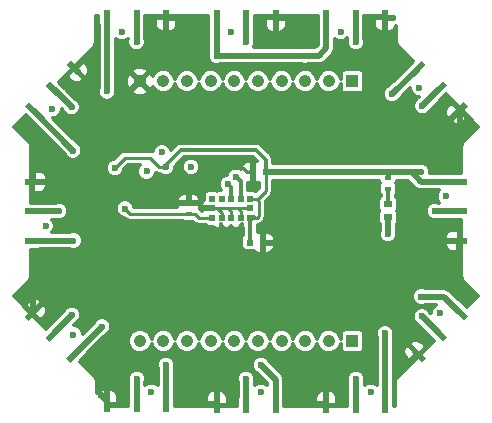
<source format=gbr>
G04 #@! TF.FileFunction,Copper,L1,Top,Plane*
%FSLAX46Y46*%
G04 Gerber Fmt 4.6, Leading zero omitted, Abs format (unit mm)*
G04 Created by KiCad (PCBNEW 4.0.7-e2-6376~58~ubuntu16.04.1) date Thu Aug  2 08:30:36 2018*
%MOMM*%
%LPD*%
G01*
G04 APERTURE LIST*
%ADD10C,0.100000*%
%ADD11C,1.050000*%
%ADD12R,1.050000X1.050000*%
%ADD13R,0.500000X1.250000*%
%ADD14R,0.500000X0.500000*%
%ADD15R,0.250000X0.250000*%
%ADD16R,1.250000X0.500000*%
%ADD17R,0.600000X0.500000*%
%ADD18R,0.700000X0.600000*%
%ADD19R,0.600000X0.400000*%
%ADD20C,0.600000*%
%ADD21C,0.500000*%
%ADD22C,0.250000*%
%ADD23C,0.300000*%
%ADD24C,0.351000*%
G04 APERTURE END LIST*
D10*
D11*
X130000000Y-86000000D03*
X146000000Y-86000000D03*
D12*
X148000000Y-86000000D03*
D11*
X134000000Y-86000000D03*
X132000000Y-86000000D03*
X144000000Y-86000000D03*
X142000000Y-86000000D03*
X136000000Y-86000000D03*
X138000000Y-86000000D03*
X140000000Y-86000000D03*
D13*
X132230000Y-80540000D03*
X129730000Y-80540000D03*
X127230000Y-80540000D03*
X141510000Y-80570000D03*
X139010000Y-80570000D03*
X136510000Y-80570000D03*
X150780000Y-80550000D03*
X148280000Y-80550000D03*
X145780000Y-80550000D03*
X145790000Y-113450000D03*
X148290000Y-113450000D03*
X150790000Y-113450000D03*
X127220000Y-113390000D03*
X129720000Y-113390000D03*
X132220000Y-113390000D03*
D14*
X139340000Y-97560000D03*
X138540000Y-97560000D03*
X137740000Y-97560000D03*
X136940000Y-97560000D03*
X136140000Y-97560000D03*
X136140000Y-96760000D03*
X136140000Y-95960000D03*
X136940000Y-95960000D03*
X137740000Y-95960000D03*
X138540000Y-95960000D03*
X139340000Y-95960000D03*
X139340000Y-96760000D03*
D15*
X139640000Y-97435000D03*
D10*
G36*
X157756485Y-88132602D02*
X156872602Y-89016485D01*
X156519049Y-88662932D01*
X157402932Y-87779049D01*
X157756485Y-88132602D01*
X157756485Y-88132602D01*
G37*
G36*
X155988718Y-86364835D02*
X155104835Y-87248718D01*
X154751282Y-86895165D01*
X155635165Y-86011282D01*
X155988718Y-86364835D01*
X155988718Y-86364835D01*
G37*
G36*
X154220951Y-84597068D02*
X153337068Y-85480951D01*
X152983515Y-85127398D01*
X153867398Y-84243515D01*
X154220951Y-84597068D01*
X154220951Y-84597068D01*
G37*
D16*
X157120000Y-99500000D03*
X157120000Y-97000000D03*
X157120000Y-94500000D03*
X120860000Y-94510000D03*
X120860000Y-97010000D03*
X120860000Y-99510000D03*
D13*
X136500000Y-113450000D03*
X139000000Y-113450000D03*
X141500000Y-113450000D03*
D10*
G36*
X120243515Y-105927398D02*
X121127398Y-105043515D01*
X121480951Y-105397068D01*
X120597068Y-106280951D01*
X120243515Y-105927398D01*
X120243515Y-105927398D01*
G37*
G36*
X122011282Y-107695165D02*
X122895165Y-106811282D01*
X123248718Y-107164835D01*
X122364835Y-108048718D01*
X122011282Y-107695165D01*
X122011282Y-107695165D01*
G37*
G36*
X123779049Y-109462932D02*
X124662932Y-108579049D01*
X125016485Y-108932602D01*
X124132602Y-109816485D01*
X123779049Y-109462932D01*
X123779049Y-109462932D01*
G37*
G36*
X153887398Y-109786485D02*
X153003515Y-108902602D01*
X153357068Y-108549049D01*
X154240951Y-109432932D01*
X153887398Y-109786485D01*
X153887398Y-109786485D01*
G37*
G36*
X155655165Y-108018718D02*
X154771282Y-107134835D01*
X155124835Y-106781282D01*
X156008718Y-107665165D01*
X155655165Y-108018718D01*
X155655165Y-108018718D01*
G37*
G36*
X157422932Y-106250951D02*
X156539049Y-105367068D01*
X156892602Y-105013515D01*
X157776485Y-105897398D01*
X157422932Y-106250951D01*
X157422932Y-106250951D01*
G37*
G36*
X124152602Y-84233515D02*
X125036485Y-85117398D01*
X124682932Y-85470951D01*
X123799049Y-84587068D01*
X124152602Y-84233515D01*
X124152602Y-84233515D01*
G37*
G36*
X122384835Y-86001282D02*
X123268718Y-86885165D01*
X122915165Y-87238718D01*
X122031282Y-86354835D01*
X122384835Y-86001282D01*
X122384835Y-86001282D01*
G37*
G36*
X120617068Y-87769049D02*
X121500951Y-88652932D01*
X121147398Y-89006485D01*
X120263515Y-88122602D01*
X120617068Y-87769049D01*
X120617068Y-87769049D01*
G37*
D17*
X139350000Y-99650000D03*
X140450000Y-99650000D03*
X140650000Y-93675000D03*
X139550000Y-93675000D03*
D18*
X151025000Y-96400000D03*
X151025000Y-97500000D03*
D19*
X151025000Y-94200000D03*
X151025000Y-95100000D03*
X134150000Y-97200000D03*
X134150000Y-96300000D03*
D11*
X130000000Y-108000000D03*
X146000000Y-108000000D03*
D12*
X148000000Y-108000000D03*
D11*
X134000000Y-108000000D03*
X132000000Y-108000000D03*
X144000000Y-108000000D03*
X142000000Y-108000000D03*
X136000000Y-108000000D03*
X138000000Y-108000000D03*
X140000000Y-108000000D03*
D20*
X142625000Y-99625000D03*
X130150000Y-101880000D03*
X134400000Y-101890000D03*
X126725000Y-112575000D03*
X151420000Y-80640000D03*
X133500000Y-80750000D03*
X142720000Y-80750000D03*
X156970000Y-90180000D03*
X156970000Y-100910000D03*
X152580000Y-110030000D03*
X144450000Y-113310000D03*
X134970000Y-113310000D03*
X121050000Y-103480000D03*
X125240000Y-84160000D03*
X121050000Y-93080000D03*
X133225000Y-93200000D03*
X153825000Y-93675000D03*
X127890000Y-93330000D03*
X132220000Y-93240000D03*
X126810000Y-106760000D03*
X153830000Y-104230000D03*
X132230000Y-110020000D03*
X140260000Y-110030000D03*
X150770000Y-107350000D03*
X136510000Y-83840000D03*
X127220000Y-86850000D03*
X124360000Y-91870000D03*
X124370000Y-99490000D03*
X151370000Y-87080000D03*
X144000000Y-83840000D03*
X151020000Y-98940000D03*
X134330000Y-93240000D03*
X131890000Y-92010000D03*
X137470000Y-94700000D03*
X124270000Y-105760000D03*
X139010000Y-111220000D03*
X124220000Y-88190000D03*
X123170000Y-97000000D03*
X148290000Y-111210000D03*
X153890000Y-105900000D03*
X154970000Y-97000000D03*
X153920000Y-88070000D03*
X139010000Y-82680000D03*
X129730000Y-82680000D03*
X148290000Y-82680000D03*
X129740000Y-111220000D03*
X138150000Y-94060000D03*
X130570000Y-93630000D03*
X122600000Y-88340000D03*
X122030000Y-98250000D03*
X124370000Y-107440000D03*
X130980000Y-112290000D03*
X140260000Y-112290000D03*
X149540000Y-112290000D03*
X155410000Y-105650000D03*
X155900000Y-95750000D03*
X153660000Y-86570000D03*
X137760000Y-81810000D03*
X147030000Y-81810000D03*
X128480000Y-81810000D03*
X128750000Y-96775000D03*
D21*
X142600000Y-99650000D02*
X140450000Y-99650000D01*
X142625000Y-99625000D02*
X142600000Y-99650000D01*
D22*
X139550000Y-93675000D02*
X139100000Y-93675000D01*
X139100000Y-93675000D02*
X138735000Y-93310000D01*
X134390000Y-101880000D02*
X130150000Y-101880000D01*
X134400000Y-101890000D02*
X134390000Y-101880000D01*
X134160000Y-96310000D02*
X134160000Y-94135000D01*
X134160000Y-94135000D02*
X133225000Y-93200000D01*
X138735000Y-93310000D02*
X136240000Y-93310000D01*
X134160000Y-95390000D02*
X134160000Y-96310000D01*
X136240000Y-93310000D02*
X134160000Y-95390000D01*
X136160000Y-96760000D02*
X135385000Y-96760000D01*
X134935000Y-96310000D02*
X134160000Y-96310000D01*
X135385000Y-96760000D02*
X134935000Y-96310000D01*
X136960000Y-97560000D02*
X136960000Y-97160000D01*
X136960000Y-97160000D02*
X136560000Y-96760000D01*
X137760000Y-97560000D02*
X137760000Y-97035000D01*
X137760000Y-97035000D02*
X137485000Y-96760000D01*
X139360000Y-96760000D02*
X138310000Y-96760000D01*
X136160000Y-96760000D02*
X136560000Y-96760000D01*
X136560000Y-96760000D02*
X137485000Y-96760000D01*
X137485000Y-96760000D02*
X138310000Y-96760000D01*
X138560000Y-97010000D02*
X138560000Y-97560000D01*
X138310000Y-96760000D02*
X138560000Y-97010000D01*
D21*
X127230000Y-113360000D02*
X127230000Y-113080000D01*
X127230000Y-113080000D02*
X126725000Y-112575000D01*
X150790000Y-80640000D02*
X151420000Y-80640000D01*
X132230000Y-80640000D02*
X133390000Y-80640000D01*
X133390000Y-80640000D02*
X133500000Y-80750000D01*
X141510000Y-80640000D02*
X142610000Y-80640000D01*
X142610000Y-80640000D02*
X142720000Y-80750000D01*
X157067767Y-88457767D02*
X157067767Y-90082233D01*
X157067767Y-90082233D02*
X156970000Y-90180000D01*
X157060000Y-99500000D02*
X157060000Y-100820000D01*
X157060000Y-100820000D02*
X156970000Y-100910000D01*
X153532233Y-109077767D02*
X152580000Y-110030000D01*
X145790000Y-113360000D02*
X144500000Y-113360000D01*
X144500000Y-113360000D02*
X144450000Y-113310000D01*
X136510000Y-113360000D02*
X135020000Y-113360000D01*
X135020000Y-113360000D02*
X134970000Y-113310000D01*
X120952233Y-105542233D02*
X120952233Y-103577767D01*
X120952233Y-103577767D02*
X121050000Y-103480000D01*
X124487767Y-84922233D02*
X124487767Y-84912233D01*
X124487767Y-84912233D02*
X125240000Y-84160000D01*
X121050000Y-93080000D02*
X120950000Y-93180000D01*
X120950000Y-93180000D02*
X120950000Y-94500000D01*
X152950000Y-93675000D02*
X153825000Y-93675000D01*
D23*
X151025000Y-94200000D02*
X151025000Y-94025000D01*
X151025000Y-94025000D02*
X151375000Y-93675000D01*
D21*
X140650000Y-93675000D02*
X151375000Y-93675000D01*
X151375000Y-93675000D02*
X152950000Y-93675000D01*
X152950000Y-93675000D02*
X153005000Y-93675000D01*
X153005000Y-93675000D02*
X153830000Y-94500000D01*
D23*
X140650000Y-93675000D02*
X140650000Y-92625000D01*
X132220000Y-93105000D02*
X132220000Y-93240000D01*
X133500000Y-91825000D02*
X132220000Y-93105000D01*
X139850000Y-91825000D02*
X133500000Y-91825000D01*
X140650000Y-92625000D02*
X139850000Y-91825000D01*
X139350000Y-99650000D02*
X139350000Y-97570000D01*
X139350000Y-97570000D02*
X139340000Y-97560000D01*
D22*
X139340000Y-95960000D02*
X139990000Y-95960000D01*
X140650000Y-95300000D02*
X140650000Y-93675000D01*
X139990000Y-95960000D02*
X140650000Y-95300000D01*
D23*
X139350000Y-97570000D02*
X139340000Y-97560000D01*
D22*
X139360000Y-97560000D02*
X139535000Y-97560000D01*
X139535000Y-97560000D02*
X139660000Y-97435000D01*
X132220000Y-93240000D02*
X131620000Y-93240000D01*
X131620000Y-93240000D02*
X130860000Y-92480000D01*
X130860000Y-92480000D02*
X128740000Y-92480000D01*
X128740000Y-92480000D02*
X127890000Y-93330000D01*
X139360000Y-95960000D02*
X139885000Y-95960000D01*
X139940000Y-97560000D02*
X139360000Y-97560000D01*
X140075000Y-97425000D02*
X139940000Y-97560000D01*
X140075000Y-96150000D02*
X140075000Y-97425000D01*
X139885000Y-95960000D02*
X140075000Y-96150000D01*
D21*
X124487767Y-109077767D02*
X124492233Y-109077767D01*
X124492233Y-109077767D02*
X126810000Y-106760000D01*
X157067767Y-105542233D02*
X157062233Y-105542233D01*
X157062233Y-105542233D02*
X155750000Y-104230000D01*
X155750000Y-104230000D02*
X153830000Y-104230000D01*
X153532233Y-84922233D02*
X153527767Y-84922233D01*
X153527767Y-84922233D02*
X151370000Y-87080000D01*
X132230000Y-113360000D02*
X132230000Y-110020000D01*
X141510000Y-113360000D02*
X141510000Y-111280000D01*
X141510000Y-111280000D02*
X140260000Y-110030000D01*
X157060000Y-94500000D02*
X153830000Y-94500000D01*
X150790000Y-113360000D02*
X150790000Y-107370000D01*
X150770000Y-107350000D02*
X150790000Y-107370000D01*
X136510000Y-83840000D02*
X144000000Y-83840000D01*
X144000000Y-83840000D02*
X145170000Y-83840000D01*
X145790000Y-83220000D02*
X145790000Y-80640000D01*
X145170000Y-83840000D02*
X145790000Y-83220000D01*
X136510000Y-80640000D02*
X136510000Y-83840000D01*
X127230000Y-80640000D02*
X127230000Y-86840000D01*
X127230000Y-86840000D02*
X127220000Y-86850000D01*
X120950000Y-99500000D02*
X124360000Y-99500000D01*
X124360000Y-91870000D02*
X120952233Y-88462233D01*
X124360000Y-99500000D02*
X124370000Y-99490000D01*
X120952233Y-88462233D02*
X120952233Y-88457767D01*
D23*
X151025000Y-95100000D02*
X151025000Y-96400000D01*
D21*
X151020000Y-98940000D02*
X151020000Y-97530000D01*
D23*
X137760000Y-95960000D02*
X137760000Y-94990000D01*
X137760000Y-94990000D02*
X137470000Y-94700000D01*
D21*
X122720000Y-107310000D02*
X124270000Y-105760000D01*
X139010000Y-113360000D02*
X139010000Y-111220000D01*
X122720000Y-86690000D02*
X124220000Y-88190000D01*
X122730000Y-86690000D02*
X122720000Y-86690000D01*
X123170000Y-97000000D02*
X120950000Y-97000000D01*
X122720000Y-107300000D02*
X122720000Y-107310000D01*
X129740000Y-111220000D02*
X129730000Y-113360000D01*
X148300000Y-111220000D02*
X148290000Y-113360000D01*
X148290000Y-111210000D02*
X148300000Y-111220000D01*
X155300000Y-107310000D02*
X153890000Y-105900000D01*
X154970000Y-97000000D02*
X157060000Y-97000000D01*
X153920000Y-88070000D02*
X155300000Y-86690000D01*
X139010000Y-80640000D02*
X139010000Y-82680000D01*
X129730000Y-80640000D02*
X129730000Y-82680000D01*
X148290000Y-82680000D02*
X148290000Y-80640000D01*
D23*
X138560000Y-95960000D02*
X138560000Y-94470000D01*
X138560000Y-94470000D02*
X138150000Y-94060000D01*
D22*
X134160000Y-97210000D02*
X134685000Y-97210000D01*
X135035000Y-97560000D02*
X136160000Y-97560000D01*
X134685000Y-97210000D02*
X135035000Y-97560000D01*
X129185000Y-97210000D02*
X134160000Y-97210000D01*
X128750000Y-96775000D02*
X129185000Y-97210000D01*
D24*
G36*
X126495185Y-81165000D02*
X126504500Y-81214505D01*
X126504500Y-86550895D01*
X126444635Y-86695067D01*
X126444366Y-87003580D01*
X126562180Y-87288712D01*
X126780141Y-87507054D01*
X127065067Y-87625365D01*
X127373580Y-87625634D01*
X127658712Y-87507820D01*
X127877054Y-87289859D01*
X127995365Y-87004933D01*
X127995540Y-86803905D01*
X129307110Y-86803905D01*
X129340724Y-87040968D01*
X129789269Y-87214023D01*
X130269897Y-87202254D01*
X130659276Y-87040968D01*
X130692890Y-86803905D01*
X130000000Y-86111016D01*
X129307110Y-86803905D01*
X127995540Y-86803905D01*
X127995634Y-86696420D01*
X127955500Y-86599288D01*
X127955500Y-85789269D01*
X128785977Y-85789269D01*
X128797746Y-86269897D01*
X128959032Y-86659276D01*
X129196095Y-86692890D01*
X129888984Y-86000000D01*
X130111016Y-86000000D01*
X130803905Y-86692890D01*
X131040968Y-86659276D01*
X131112866Y-86472923D01*
X131151323Y-86565997D01*
X131432522Y-86847688D01*
X131800115Y-87000326D01*
X132198139Y-87000673D01*
X132565997Y-86848677D01*
X132847688Y-86567478D01*
X133000187Y-86200220D01*
X133151323Y-86565997D01*
X133432522Y-86847688D01*
X133800115Y-87000326D01*
X134198139Y-87000673D01*
X134565997Y-86848677D01*
X134847688Y-86567478D01*
X135000187Y-86200220D01*
X135151323Y-86565997D01*
X135432522Y-86847688D01*
X135800115Y-87000326D01*
X136198139Y-87000673D01*
X136565997Y-86848677D01*
X136847688Y-86567478D01*
X137000187Y-86200220D01*
X137151323Y-86565997D01*
X137432522Y-86847688D01*
X137800115Y-87000326D01*
X138198139Y-87000673D01*
X138565997Y-86848677D01*
X138847688Y-86567478D01*
X139000187Y-86200220D01*
X139151323Y-86565997D01*
X139432522Y-86847688D01*
X139800115Y-87000326D01*
X140198139Y-87000673D01*
X140565997Y-86848677D01*
X140847688Y-86567478D01*
X141000187Y-86200220D01*
X141151323Y-86565997D01*
X141432522Y-86847688D01*
X141800115Y-87000326D01*
X142198139Y-87000673D01*
X142565997Y-86848677D01*
X142847688Y-86567478D01*
X143000187Y-86200220D01*
X143151323Y-86565997D01*
X143432522Y-86847688D01*
X143800115Y-87000326D01*
X144198139Y-87000673D01*
X144565997Y-86848677D01*
X144847688Y-86567478D01*
X145000187Y-86200220D01*
X145151323Y-86565997D01*
X145432522Y-86847688D01*
X145800115Y-87000326D01*
X146198139Y-87000673D01*
X146565997Y-86848677D01*
X146847688Y-86567478D01*
X146990185Y-86224307D01*
X146990185Y-86525000D01*
X147023341Y-86701210D01*
X147127481Y-86863047D01*
X147286380Y-86971618D01*
X147475000Y-87009815D01*
X148525000Y-87009815D01*
X148701210Y-86976659D01*
X148863047Y-86872519D01*
X148971618Y-86713620D01*
X149009815Y-86525000D01*
X149009815Y-85475000D01*
X148976659Y-85298790D01*
X148872519Y-85136953D01*
X148713620Y-85028382D01*
X148525000Y-84990185D01*
X147475000Y-84990185D01*
X147298790Y-85023341D01*
X147136953Y-85127481D01*
X147028382Y-85286380D01*
X146990185Y-85475000D01*
X146990185Y-85776478D01*
X146848677Y-85434003D01*
X146567478Y-85152312D01*
X146199885Y-84999674D01*
X145801861Y-84999327D01*
X145434003Y-85151323D01*
X145152312Y-85432522D01*
X144999813Y-85799780D01*
X144848677Y-85434003D01*
X144567478Y-85152312D01*
X144199885Y-84999674D01*
X143801861Y-84999327D01*
X143434003Y-85151323D01*
X143152312Y-85432522D01*
X142999813Y-85799780D01*
X142848677Y-85434003D01*
X142567478Y-85152312D01*
X142199885Y-84999674D01*
X141801861Y-84999327D01*
X141434003Y-85151323D01*
X141152312Y-85432522D01*
X140999813Y-85799780D01*
X140848677Y-85434003D01*
X140567478Y-85152312D01*
X140199885Y-84999674D01*
X139801861Y-84999327D01*
X139434003Y-85151323D01*
X139152312Y-85432522D01*
X138999813Y-85799780D01*
X138848677Y-85434003D01*
X138567478Y-85152312D01*
X138199885Y-84999674D01*
X137801861Y-84999327D01*
X137434003Y-85151323D01*
X137152312Y-85432522D01*
X136999813Y-85799780D01*
X136848677Y-85434003D01*
X136567478Y-85152312D01*
X136199885Y-84999674D01*
X135801861Y-84999327D01*
X135434003Y-85151323D01*
X135152312Y-85432522D01*
X134999813Y-85799780D01*
X134848677Y-85434003D01*
X134567478Y-85152312D01*
X134199885Y-84999674D01*
X133801861Y-84999327D01*
X133434003Y-85151323D01*
X133152312Y-85432522D01*
X132999813Y-85799780D01*
X132848677Y-85434003D01*
X132567478Y-85152312D01*
X132199885Y-84999674D01*
X131801861Y-84999327D01*
X131434003Y-85151323D01*
X131152312Y-85432522D01*
X131115607Y-85520918D01*
X131040968Y-85340724D01*
X130803905Y-85307110D01*
X130111016Y-86000000D01*
X129888984Y-86000000D01*
X129196095Y-85307110D01*
X128959032Y-85340724D01*
X128785977Y-85789269D01*
X127955500Y-85789269D01*
X127955500Y-85196095D01*
X129307110Y-85196095D01*
X130000000Y-85888984D01*
X130692890Y-85196095D01*
X130659276Y-84959032D01*
X130210731Y-84785977D01*
X129730103Y-84797746D01*
X129340724Y-84959032D01*
X129307110Y-85196095D01*
X127955500Y-85196095D01*
X127955500Y-82382265D01*
X128040141Y-82467054D01*
X128325067Y-82585365D01*
X128633580Y-82585634D01*
X128918712Y-82467820D01*
X129004500Y-82382182D01*
X129004500Y-82404978D01*
X128954635Y-82525067D01*
X128954366Y-82833580D01*
X129072180Y-83118712D01*
X129290141Y-83337054D01*
X129575067Y-83455365D01*
X129883580Y-83455634D01*
X130168712Y-83337820D01*
X130387054Y-83119859D01*
X130505365Y-82834933D01*
X130505634Y-82526420D01*
X130455500Y-82405086D01*
X130455500Y-81210998D01*
X130464815Y-81165000D01*
X130464815Y-80789375D01*
X131296500Y-80789375D01*
X131296500Y-81300956D01*
X131400556Y-81552171D01*
X131592828Y-81744443D01*
X131844043Y-81848500D01*
X131980625Y-81848500D01*
X132151500Y-81677625D01*
X132151500Y-80618500D01*
X132308500Y-80618500D01*
X132308500Y-81677625D01*
X132479375Y-81848500D01*
X132615957Y-81848500D01*
X132867172Y-81744443D01*
X133059444Y-81552171D01*
X133163500Y-81300956D01*
X133163500Y-80789375D01*
X132992625Y-80618500D01*
X132308500Y-80618500D01*
X132151500Y-80618500D01*
X131467375Y-80618500D01*
X131296500Y-80789375D01*
X130464815Y-80789375D01*
X130464815Y-80490500D01*
X135775185Y-80490500D01*
X135775185Y-81195000D01*
X135784500Y-81244505D01*
X135784500Y-83564978D01*
X135734635Y-83685067D01*
X135734366Y-83993580D01*
X135852180Y-84278712D01*
X136070141Y-84497054D01*
X136355067Y-84615365D01*
X136663580Y-84615634D01*
X136784914Y-84565500D01*
X143724978Y-84565500D01*
X143845067Y-84615365D01*
X144153580Y-84615634D01*
X144274914Y-84565500D01*
X145170000Y-84565500D01*
X145447637Y-84510275D01*
X145683006Y-84353006D01*
X146303006Y-83733006D01*
X146460275Y-83497637D01*
X146515500Y-83220000D01*
X146515500Y-82392283D01*
X146590141Y-82467054D01*
X146875067Y-82585365D01*
X147183580Y-82585634D01*
X147468712Y-82467820D01*
X147564500Y-82372199D01*
X147564500Y-82404978D01*
X147514635Y-82525067D01*
X147514366Y-82833580D01*
X147632180Y-83118712D01*
X147850141Y-83337054D01*
X148135067Y-83455365D01*
X148443580Y-83455634D01*
X148728712Y-83337820D01*
X148947054Y-83119859D01*
X149065365Y-82834933D01*
X149065634Y-82526420D01*
X149015500Y-82405086D01*
X149015500Y-80799375D01*
X149846500Y-80799375D01*
X149846500Y-81310956D01*
X149950556Y-81562171D01*
X150142828Y-81754443D01*
X150394043Y-81858500D01*
X150530625Y-81858500D01*
X150701500Y-81687625D01*
X150701500Y-80628500D01*
X150017375Y-80628500D01*
X149846500Y-80799375D01*
X149015500Y-80799375D01*
X149015500Y-80640000D01*
X149014815Y-80636556D01*
X149014815Y-80490500D01*
X150878500Y-80490500D01*
X150878500Y-80628500D01*
X150858500Y-80628500D01*
X150858500Y-81687625D01*
X151029375Y-81858500D01*
X151165957Y-81858500D01*
X151417172Y-81754443D01*
X151609444Y-81562171D01*
X151699500Y-81344755D01*
X151699500Y-82640000D01*
X151741404Y-82850668D01*
X151860738Y-83029262D01*
X153128378Y-84296903D01*
X153018658Y-84406623D01*
X153014761Y-84409227D01*
X151051463Y-86372525D01*
X150931288Y-86422180D01*
X150712946Y-86640141D01*
X150594635Y-86925067D01*
X150594366Y-87233580D01*
X150712180Y-87518712D01*
X150930141Y-87737054D01*
X151215067Y-87855365D01*
X151523580Y-87855634D01*
X151808712Y-87737820D01*
X152027054Y-87519859D01*
X152077400Y-87398612D01*
X152884481Y-86591531D01*
X152884366Y-86723580D01*
X153002180Y-87008712D01*
X153220141Y-87227054D01*
X153505067Y-87345365D01*
X153618524Y-87345464D01*
X153601463Y-87362525D01*
X153481288Y-87412180D01*
X153262946Y-87630141D01*
X153144635Y-87915067D01*
X153144366Y-88223580D01*
X153262180Y-88508712D01*
X153480141Y-88727054D01*
X153765067Y-88845365D01*
X154073580Y-88845634D01*
X154358712Y-88727820D01*
X154559908Y-88526975D01*
X155835549Y-88526975D01*
X155835549Y-88798888D01*
X155939605Y-89050103D01*
X156036183Y-89146681D01*
X156277837Y-89146681D01*
X157026751Y-88397767D01*
X156543002Y-87914018D01*
X156301348Y-87914018D01*
X156131877Y-88083488D01*
X155939606Y-88275760D01*
X155835549Y-88526975D01*
X154559908Y-88526975D01*
X154577054Y-88509859D01*
X154627400Y-88388612D01*
X155378848Y-87637164D01*
X155447651Y-87591534D01*
X155935330Y-87103855D01*
X158671476Y-89840000D01*
X157380738Y-91130738D01*
X157261404Y-91309332D01*
X157261404Y-91309333D01*
X157219500Y-91520000D01*
X157219500Y-93765185D01*
X156495000Y-93765185D01*
X156445495Y-93774500D01*
X154600413Y-93774500D01*
X154600634Y-93521420D01*
X154482820Y-93236288D01*
X154264859Y-93017946D01*
X153979933Y-92899635D01*
X153671420Y-92899366D01*
X153550086Y-92949500D01*
X141275500Y-92949500D01*
X141275500Y-92625000D01*
X141256029Y-92527113D01*
X141227887Y-92385631D01*
X141092295Y-92182705D01*
X140292295Y-91382705D01*
X140089369Y-91247113D01*
X139850000Y-91199500D01*
X133500000Y-91199500D01*
X133260632Y-91247113D01*
X133260630Y-91247114D01*
X133260631Y-91247114D01*
X133057704Y-91382705D01*
X132641763Y-91798647D01*
X132547820Y-91571288D01*
X132329859Y-91352946D01*
X132044933Y-91234635D01*
X131736420Y-91234366D01*
X131451288Y-91352180D01*
X131232946Y-91570141D01*
X131114635Y-91855067D01*
X131114559Y-91941752D01*
X131089802Y-91925210D01*
X130860000Y-91879499D01*
X130859995Y-91879500D01*
X128740005Y-91879500D01*
X128740000Y-91879499D01*
X128510198Y-91925210D01*
X128412791Y-91990296D01*
X128315382Y-92055382D01*
X128315380Y-92055385D01*
X127816329Y-92554436D01*
X127736420Y-92554366D01*
X127451288Y-92672180D01*
X127232946Y-92890141D01*
X127114635Y-93175067D01*
X127114366Y-93483580D01*
X127232180Y-93768712D01*
X127450141Y-93987054D01*
X127735067Y-94105365D01*
X128043580Y-94105634D01*
X128328712Y-93987820D01*
X128547054Y-93769859D01*
X128665365Y-93484933D01*
X128665436Y-93403800D01*
X128988735Y-93080500D01*
X130022779Y-93080500D01*
X129912946Y-93190141D01*
X129794635Y-93475067D01*
X129794366Y-93783580D01*
X129912180Y-94068712D01*
X130130141Y-94287054D01*
X130415067Y-94405365D01*
X130723580Y-94405634D01*
X131008712Y-94287820D01*
X131227054Y-94069859D01*
X131345365Y-93784933D01*
X131345383Y-93764845D01*
X131390199Y-93794790D01*
X131620000Y-93840500D01*
X131723686Y-93840500D01*
X131780141Y-93897054D01*
X132065067Y-94015365D01*
X132373580Y-94015634D01*
X132658712Y-93897820D01*
X132877054Y-93679859D01*
X132995365Y-93394933D01*
X132995366Y-93393580D01*
X133554366Y-93393580D01*
X133672180Y-93678712D01*
X133890141Y-93897054D01*
X134175067Y-94015365D01*
X134483580Y-94015634D01*
X134768712Y-93897820D01*
X134987054Y-93679859D01*
X135105365Y-93394933D01*
X135105634Y-93086420D01*
X134987820Y-92801288D01*
X134769859Y-92582946D01*
X134484933Y-92464635D01*
X134176420Y-92464366D01*
X133891288Y-92582180D01*
X133672946Y-92800141D01*
X133554635Y-93085067D01*
X133554366Y-93393580D01*
X132995366Y-93393580D01*
X132995523Y-93214068D01*
X133759091Y-92450500D01*
X139590910Y-92450500D01*
X139881910Y-92741500D01*
X139799375Y-92741500D01*
X139628500Y-92912375D01*
X139628500Y-93596500D01*
X139648500Y-93596500D01*
X139648500Y-93753500D01*
X139628500Y-93753500D01*
X139628500Y-94437625D01*
X139799375Y-94608500D01*
X139985957Y-94608500D01*
X140049500Y-94582180D01*
X140049500Y-95051264D01*
X139813529Y-95287235D01*
X139778620Y-95263382D01*
X139590000Y-95225185D01*
X139185500Y-95225185D01*
X139185500Y-94608500D01*
X139300625Y-94608500D01*
X139471500Y-94437625D01*
X139471500Y-93753500D01*
X139451500Y-93753500D01*
X139451500Y-93596500D01*
X139471500Y-93596500D01*
X139471500Y-92912375D01*
X139300625Y-92741500D01*
X139114043Y-92741500D01*
X138862828Y-92845557D01*
X138670556Y-93037829D01*
X138566500Y-93289044D01*
X138566500Y-93393247D01*
X138304933Y-93284635D01*
X137996420Y-93284366D01*
X137711288Y-93402180D01*
X137492946Y-93620141D01*
X137374635Y-93905067D01*
X137374618Y-93924417D01*
X137316420Y-93924366D01*
X137031288Y-94042180D01*
X136812946Y-94260141D01*
X136694635Y-94545067D01*
X136694366Y-94853580D01*
X136812180Y-95138712D01*
X136898502Y-95225185D01*
X136690000Y-95225185D01*
X136534492Y-95254446D01*
X136390000Y-95225185D01*
X135890000Y-95225185D01*
X135713790Y-95258341D01*
X135551953Y-95362481D01*
X135443382Y-95521380D01*
X135405185Y-95710000D01*
X135405185Y-96028200D01*
X135310557Y-96122828D01*
X135206500Y-96374043D01*
X135206500Y-96510625D01*
X135377375Y-96681500D01*
X135824249Y-96681500D01*
X135890000Y-96694815D01*
X136238500Y-96694815D01*
X136238500Y-96794885D01*
X136208200Y-96825185D01*
X135890000Y-96825185D01*
X135819236Y-96838500D01*
X135377375Y-96838500D01*
X135270055Y-96945820D01*
X135109618Y-96785382D01*
X135079846Y-96765489D01*
X135133500Y-96635957D01*
X135133500Y-96549375D01*
X134962625Y-96378500D01*
X134228500Y-96378500D01*
X134228500Y-96398500D01*
X134071500Y-96398500D01*
X134071500Y-96378500D01*
X133337375Y-96378500D01*
X133166500Y-96549375D01*
X133166500Y-96609500D01*
X129520709Y-96609500D01*
X129407820Y-96336288D01*
X129189859Y-96117946D01*
X128904933Y-95999635D01*
X128596420Y-95999366D01*
X128311288Y-96117180D01*
X128092946Y-96335141D01*
X127974635Y-96620067D01*
X127974366Y-96928580D01*
X128092180Y-97213712D01*
X128310141Y-97432054D01*
X128595067Y-97550365D01*
X128676200Y-97550436D01*
X128760382Y-97634618D01*
X128955198Y-97764790D01*
X129185000Y-97810501D01*
X129185005Y-97810500D01*
X133608520Y-97810500D01*
X133661380Y-97846618D01*
X133850000Y-97884815D01*
X134450000Y-97884815D01*
X134500986Y-97875221D01*
X134610380Y-97984615D01*
X134610382Y-97984618D01*
X134700474Y-98044815D01*
X134805198Y-98114790D01*
X135035000Y-98160501D01*
X135035005Y-98160500D01*
X135560707Y-98160500D01*
X135701380Y-98256618D01*
X135890000Y-98294815D01*
X136208200Y-98294815D01*
X136302829Y-98389444D01*
X136554044Y-98493500D01*
X136690625Y-98493500D01*
X136861500Y-98322625D01*
X136861500Y-98078738D01*
X136910557Y-98197172D01*
X137018500Y-98305115D01*
X137018500Y-98322625D01*
X137189375Y-98493500D01*
X137325956Y-98493500D01*
X137340000Y-98487683D01*
X137354044Y-98493500D01*
X137490625Y-98493500D01*
X137661500Y-98322625D01*
X137661500Y-98305115D01*
X137740000Y-98226615D01*
X137818500Y-98305115D01*
X137818500Y-98322625D01*
X137989375Y-98493500D01*
X138125956Y-98493500D01*
X138140000Y-98487683D01*
X138154044Y-98493500D01*
X138290625Y-98493500D01*
X138461500Y-98322625D01*
X138461500Y-98305115D01*
X138569443Y-98197172D01*
X138618500Y-98078738D01*
X138618500Y-98322625D01*
X138724500Y-98428625D01*
X138724500Y-99044407D01*
X138711953Y-99052481D01*
X138603382Y-99211380D01*
X138565185Y-99400000D01*
X138565185Y-99900000D01*
X138598341Y-100076210D01*
X138702481Y-100238047D01*
X138861380Y-100346618D01*
X139050000Y-100384815D01*
X139650000Y-100384815D01*
X139665318Y-100381933D01*
X139762828Y-100479443D01*
X140014043Y-100583500D01*
X140200625Y-100583500D01*
X140371500Y-100412625D01*
X140371500Y-99728500D01*
X140528500Y-99728500D01*
X140528500Y-100412625D01*
X140699375Y-100583500D01*
X140885957Y-100583500D01*
X141137172Y-100479443D01*
X141329444Y-100287171D01*
X141433500Y-100035956D01*
X141433500Y-99899375D01*
X141283500Y-99749375D01*
X155811500Y-99749375D01*
X155811500Y-99885957D01*
X155915557Y-100137172D01*
X156107829Y-100329444D01*
X156359044Y-100433500D01*
X156870625Y-100433500D01*
X157041500Y-100262625D01*
X157041500Y-99578500D01*
X155982375Y-99578500D01*
X155811500Y-99749375D01*
X141283500Y-99749375D01*
X141262625Y-99728500D01*
X140528500Y-99728500D01*
X140371500Y-99728500D01*
X140351500Y-99728500D01*
X140351500Y-99571500D01*
X140371500Y-99571500D01*
X140371500Y-98887375D01*
X140528500Y-98887375D01*
X140528500Y-99571500D01*
X141262625Y-99571500D01*
X141433500Y-99400625D01*
X141433500Y-99264044D01*
X141329444Y-99012829D01*
X141137172Y-98820557D01*
X140885957Y-98716500D01*
X140699375Y-98716500D01*
X140528500Y-98887375D01*
X140371500Y-98887375D01*
X140200625Y-98716500D01*
X140014043Y-98716500D01*
X139975500Y-98732465D01*
X139975500Y-98153440D01*
X140169802Y-98114790D01*
X140364618Y-97984618D01*
X140499618Y-97849618D01*
X140629790Y-97654802D01*
X140675501Y-97425000D01*
X140675500Y-97424995D01*
X140675500Y-96150005D01*
X140675501Y-96150000D01*
X140671143Y-96128093D01*
X141074618Y-95724618D01*
X141204790Y-95529802D01*
X141250501Y-95300000D01*
X141250500Y-95299995D01*
X141250500Y-94400500D01*
X150240279Y-94400500D01*
X150273341Y-94576210D01*
X150320580Y-94649621D01*
X150278382Y-94711380D01*
X150240185Y-94900000D01*
X150240185Y-95300000D01*
X150273341Y-95476210D01*
X150377481Y-95638047D01*
X150399500Y-95653092D01*
X150399500Y-95712233D01*
X150336953Y-95752481D01*
X150228382Y-95911380D01*
X150190185Y-96100000D01*
X150190185Y-96700000D01*
X150223341Y-96876210D01*
X150270580Y-96949621D01*
X150228382Y-97011380D01*
X150190185Y-97200000D01*
X150190185Y-97800000D01*
X150223341Y-97976210D01*
X150294500Y-98086793D01*
X150294500Y-98664978D01*
X150244635Y-98785067D01*
X150244366Y-99093580D01*
X150362180Y-99378712D01*
X150580141Y-99597054D01*
X150865067Y-99715365D01*
X151173580Y-99715634D01*
X151458712Y-99597820D01*
X151677054Y-99379859D01*
X151787429Y-99114043D01*
X155811500Y-99114043D01*
X155811500Y-99250625D01*
X155982375Y-99421500D01*
X157041500Y-99421500D01*
X157041500Y-98737375D01*
X156870625Y-98566500D01*
X156359044Y-98566500D01*
X156107829Y-98670556D01*
X155915557Y-98862828D01*
X155811500Y-99114043D01*
X151787429Y-99114043D01*
X151795365Y-99094933D01*
X151795634Y-98786420D01*
X151745500Y-98665086D01*
X151745500Y-98100022D01*
X151821618Y-97988620D01*
X151859815Y-97800000D01*
X151859815Y-97200000D01*
X151826659Y-97023790D01*
X151779420Y-96950379D01*
X151821618Y-96888620D01*
X151859815Y-96700000D01*
X151859815Y-96100000D01*
X151826659Y-95923790D01*
X151722519Y-95761953D01*
X151650500Y-95712745D01*
X151650500Y-95655593D01*
X151663047Y-95647519D01*
X151771618Y-95488620D01*
X151809815Y-95300000D01*
X151809815Y-94900000D01*
X151776659Y-94723790D01*
X151729420Y-94650379D01*
X151771618Y-94588620D01*
X151809714Y-94400500D01*
X152704488Y-94400500D01*
X153316994Y-95013006D01*
X153552363Y-95170275D01*
X153830000Y-95225500D01*
X155327735Y-95225500D01*
X155242946Y-95310141D01*
X155124635Y-95595067D01*
X155124366Y-95903580D01*
X155242180Y-96188712D01*
X155327818Y-96274500D01*
X155245022Y-96274500D01*
X155124933Y-96224635D01*
X154816420Y-96224366D01*
X154531288Y-96342180D01*
X154312946Y-96560141D01*
X154194635Y-96845067D01*
X154194366Y-97153580D01*
X154312180Y-97438712D01*
X154530141Y-97657054D01*
X154815067Y-97775365D01*
X155123580Y-97775634D01*
X155244914Y-97725500D01*
X156449002Y-97725500D01*
X156495000Y-97734815D01*
X157219500Y-97734815D01*
X157219500Y-98716375D01*
X157198500Y-98737375D01*
X157198500Y-99421500D01*
X157218500Y-99421500D01*
X157218500Y-99578500D01*
X157198500Y-99578500D01*
X157198500Y-100262625D01*
X157219500Y-100283625D01*
X157219500Y-102510000D01*
X157261404Y-102720668D01*
X157380738Y-102899262D01*
X158661476Y-104180000D01*
X157703098Y-105138379D01*
X157235418Y-104670699D01*
X157176355Y-104630343D01*
X156263006Y-103716994D01*
X156027637Y-103559725D01*
X155750000Y-103504500D01*
X154105022Y-103504500D01*
X153984933Y-103454635D01*
X153676420Y-103454366D01*
X153391288Y-103572180D01*
X153172946Y-103790141D01*
X153054635Y-104075067D01*
X153054366Y-104383580D01*
X153172180Y-104668712D01*
X153390141Y-104887054D01*
X153675067Y-105005365D01*
X153983580Y-105005634D01*
X154104914Y-104955500D01*
X155060060Y-104955500D01*
X154971288Y-104992180D01*
X154752946Y-105210141D01*
X154634635Y-105495067D01*
X154634527Y-105618515D01*
X154597475Y-105581463D01*
X154547820Y-105461288D01*
X154329859Y-105242946D01*
X154044933Y-105124635D01*
X153736420Y-105124366D01*
X153451288Y-105242180D01*
X153232946Y-105460141D01*
X153114635Y-105745067D01*
X153114366Y-106053580D01*
X153232180Y-106338712D01*
X153450141Y-106557054D01*
X153571388Y-106607400D01*
X154402527Y-107438539D01*
X154428466Y-107477651D01*
X154896146Y-107945331D01*
X151730738Y-111110738D01*
X151611404Y-111289332D01*
X151611404Y-111289333D01*
X151569500Y-111500000D01*
X151569500Y-113499500D01*
X151524815Y-113499500D01*
X151524815Y-112825000D01*
X151515500Y-112775495D01*
X151515500Y-108766646D01*
X152320015Y-108766646D01*
X152320015Y-109038559D01*
X152424072Y-109289774D01*
X152616343Y-109482046D01*
X152785814Y-109651516D01*
X153027468Y-109651516D01*
X153511217Y-109167767D01*
X152762303Y-108418853D01*
X152520649Y-108418853D01*
X152424071Y-108515431D01*
X152320015Y-108766646D01*
X151515500Y-108766646D01*
X151515500Y-108066183D01*
X152873319Y-108066183D01*
X152873319Y-108307837D01*
X153622233Y-109056751D01*
X154105982Y-108573002D01*
X154105982Y-108331348D01*
X153936512Y-108161877D01*
X153744240Y-107969606D01*
X153493025Y-107865549D01*
X153221112Y-107865549D01*
X152969897Y-107969605D01*
X152873319Y-108066183D01*
X151515500Y-108066183D01*
X151515500Y-107576856D01*
X151545365Y-107504933D01*
X151545634Y-107196420D01*
X151427820Y-106911288D01*
X151209859Y-106692946D01*
X150924933Y-106574635D01*
X150616420Y-106574366D01*
X150331288Y-106692180D01*
X150112946Y-106910141D01*
X149994635Y-107195067D01*
X149994366Y-107503580D01*
X150064500Y-107673317D01*
X150064500Y-111717735D01*
X149979859Y-111632946D01*
X149694933Y-111514635D01*
X149386420Y-111514366D01*
X149101288Y-111632180D01*
X149023218Y-111710114D01*
X149024369Y-111463662D01*
X149065365Y-111364933D01*
X149065634Y-111056420D01*
X148947820Y-110771288D01*
X148729859Y-110552946D01*
X148444933Y-110434635D01*
X148136420Y-110434366D01*
X147851288Y-110552180D01*
X147632946Y-110770141D01*
X147514635Y-111055067D01*
X147514366Y-111363580D01*
X147573156Y-111505864D01*
X147567271Y-112765318D01*
X147555185Y-112825000D01*
X147555185Y-113499500D01*
X142234815Y-113499500D01*
X142234815Y-113363444D01*
X142235500Y-113360000D01*
X142235500Y-112689044D01*
X144856500Y-112689044D01*
X144856500Y-113200625D01*
X145027375Y-113371500D01*
X145711500Y-113371500D01*
X145711500Y-112312375D01*
X145868500Y-112312375D01*
X145868500Y-113371500D01*
X146552625Y-113371500D01*
X146723500Y-113200625D01*
X146723500Y-112689044D01*
X146619444Y-112437829D01*
X146427172Y-112245557D01*
X146175957Y-112141500D01*
X146039375Y-112141500D01*
X145868500Y-112312375D01*
X145711500Y-112312375D01*
X145540625Y-112141500D01*
X145404043Y-112141500D01*
X145152828Y-112245557D01*
X144960556Y-112437829D01*
X144856500Y-112689044D01*
X142235500Y-112689044D01*
X142235500Y-111280000D01*
X142180275Y-111002363D01*
X142023006Y-110766994D01*
X140967475Y-109711463D01*
X140917820Y-109591288D01*
X140699859Y-109372946D01*
X140414933Y-109254635D01*
X140106420Y-109254366D01*
X139821288Y-109372180D01*
X139602946Y-109590141D01*
X139484635Y-109875067D01*
X139484366Y-110183580D01*
X139602180Y-110468712D01*
X139820141Y-110687054D01*
X139941388Y-110737400D01*
X140784500Y-111580512D01*
X140784500Y-111717735D01*
X140699859Y-111632946D01*
X140414933Y-111514635D01*
X140106420Y-111514366D01*
X139821288Y-111632180D01*
X139735500Y-111717818D01*
X139735500Y-111495022D01*
X139785365Y-111374933D01*
X139785634Y-111066420D01*
X139667820Y-110781288D01*
X139449859Y-110562946D01*
X139164933Y-110444635D01*
X138856420Y-110444366D01*
X138571288Y-110562180D01*
X138352946Y-110780141D01*
X138234635Y-111065067D01*
X138234366Y-111373580D01*
X138284500Y-111494914D01*
X138284500Y-112729621D01*
X138265185Y-112825000D01*
X138265185Y-113499500D01*
X132954815Y-113499500D01*
X132954815Y-113363444D01*
X132955500Y-113360000D01*
X132955500Y-112689044D01*
X135566500Y-112689044D01*
X135566500Y-113200625D01*
X135737375Y-113371500D01*
X136421500Y-113371500D01*
X136421500Y-112312375D01*
X136578500Y-112312375D01*
X136578500Y-113371500D01*
X137262625Y-113371500D01*
X137433500Y-113200625D01*
X137433500Y-112689044D01*
X137329444Y-112437829D01*
X137137172Y-112245557D01*
X136885957Y-112141500D01*
X136749375Y-112141500D01*
X136578500Y-112312375D01*
X136421500Y-112312375D01*
X136250625Y-112141500D01*
X136114043Y-112141500D01*
X135862828Y-112245557D01*
X135670556Y-112437829D01*
X135566500Y-112689044D01*
X132955500Y-112689044D01*
X132955500Y-110295022D01*
X133005365Y-110174933D01*
X133005634Y-109866420D01*
X132887820Y-109581288D01*
X132669859Y-109362946D01*
X132384933Y-109244635D01*
X132076420Y-109244366D01*
X131791288Y-109362180D01*
X131572946Y-109580141D01*
X131454635Y-109865067D01*
X131454366Y-110173580D01*
X131504500Y-110294914D01*
X131504500Y-111717735D01*
X131419859Y-111632946D01*
X131134933Y-111514635D01*
X130826420Y-111514366D01*
X130541288Y-111632180D01*
X130463218Y-111710114D01*
X130464208Y-111498133D01*
X130515365Y-111374933D01*
X130515634Y-111066420D01*
X130397820Y-110781288D01*
X130179859Y-110562946D01*
X129894933Y-110444635D01*
X129586420Y-110444366D01*
X129301288Y-110562180D01*
X129082946Y-110780141D01*
X128964635Y-111065067D01*
X128964366Y-111373580D01*
X129013222Y-111491821D01*
X129007794Y-112653354D01*
X128985185Y-112765000D01*
X128985185Y-113499500D01*
X128013625Y-113499500D01*
X127982625Y-113468500D01*
X127298500Y-113468500D01*
X127298500Y-113488500D01*
X127141500Y-113488500D01*
X127141500Y-113468500D01*
X127121500Y-113468500D01*
X127121500Y-113311500D01*
X127141500Y-113311500D01*
X127141500Y-112252375D01*
X127298500Y-112252375D01*
X127298500Y-113311500D01*
X127982625Y-113311500D01*
X128153500Y-113140625D01*
X128153500Y-112629044D01*
X128049444Y-112377829D01*
X127857172Y-112185557D01*
X127605957Y-112081500D01*
X127469375Y-112081500D01*
X127298500Y-112252375D01*
X127141500Y-112252375D01*
X126970625Y-112081500D01*
X126834043Y-112081500D01*
X126582828Y-112185557D01*
X126390556Y-112377829D01*
X126390500Y-112377964D01*
X126390500Y-111460000D01*
X126348596Y-111249333D01*
X126348596Y-111249332D01*
X126229262Y-111070738D01*
X126139265Y-110980741D01*
X126139263Y-110980738D01*
X124896622Y-109738097D01*
X125359301Y-109275418D01*
X125442802Y-109153210D01*
X126397873Y-108198139D01*
X128999327Y-108198139D01*
X129151323Y-108565997D01*
X129432522Y-108847688D01*
X129800115Y-109000326D01*
X130198139Y-109000673D01*
X130565997Y-108848677D01*
X130847688Y-108567478D01*
X131000187Y-108200220D01*
X131151323Y-108565997D01*
X131432522Y-108847688D01*
X131800115Y-109000326D01*
X132198139Y-109000673D01*
X132565997Y-108848677D01*
X132847688Y-108567478D01*
X133000187Y-108200220D01*
X133151323Y-108565997D01*
X133432522Y-108847688D01*
X133800115Y-109000326D01*
X134198139Y-109000673D01*
X134565997Y-108848677D01*
X134847688Y-108567478D01*
X135000187Y-108200220D01*
X135151323Y-108565997D01*
X135432522Y-108847688D01*
X135800115Y-109000326D01*
X136198139Y-109000673D01*
X136565997Y-108848677D01*
X136847688Y-108567478D01*
X137000187Y-108200220D01*
X137151323Y-108565997D01*
X137432522Y-108847688D01*
X137800115Y-109000326D01*
X138198139Y-109000673D01*
X138565997Y-108848677D01*
X138847688Y-108567478D01*
X139000187Y-108200220D01*
X139151323Y-108565997D01*
X139432522Y-108847688D01*
X139800115Y-109000326D01*
X140198139Y-109000673D01*
X140565997Y-108848677D01*
X140847688Y-108567478D01*
X141000187Y-108200220D01*
X141151323Y-108565997D01*
X141432522Y-108847688D01*
X141800115Y-109000326D01*
X142198139Y-109000673D01*
X142565997Y-108848677D01*
X142847688Y-108567478D01*
X143000187Y-108200220D01*
X143151323Y-108565997D01*
X143432522Y-108847688D01*
X143800115Y-109000326D01*
X144198139Y-109000673D01*
X144565997Y-108848677D01*
X144847688Y-108567478D01*
X145000187Y-108200220D01*
X145151323Y-108565997D01*
X145432522Y-108847688D01*
X145800115Y-109000326D01*
X146198139Y-109000673D01*
X146565997Y-108848677D01*
X146847688Y-108567478D01*
X146990185Y-108224307D01*
X146990185Y-108525000D01*
X147023341Y-108701210D01*
X147127481Y-108863047D01*
X147286380Y-108971618D01*
X147475000Y-109009815D01*
X148525000Y-109009815D01*
X148701210Y-108976659D01*
X148863047Y-108872519D01*
X148971618Y-108713620D01*
X149009815Y-108525000D01*
X149009815Y-107475000D01*
X148976659Y-107298790D01*
X148872519Y-107136953D01*
X148713620Y-107028382D01*
X148525000Y-106990185D01*
X147475000Y-106990185D01*
X147298790Y-107023341D01*
X147136953Y-107127481D01*
X147028382Y-107286380D01*
X146990185Y-107475000D01*
X146990185Y-107776478D01*
X146848677Y-107434003D01*
X146567478Y-107152312D01*
X146199885Y-106999674D01*
X145801861Y-106999327D01*
X145434003Y-107151323D01*
X145152312Y-107432522D01*
X144999813Y-107799780D01*
X144848677Y-107434003D01*
X144567478Y-107152312D01*
X144199885Y-106999674D01*
X143801861Y-106999327D01*
X143434003Y-107151323D01*
X143152312Y-107432522D01*
X142999813Y-107799780D01*
X142848677Y-107434003D01*
X142567478Y-107152312D01*
X142199885Y-106999674D01*
X141801861Y-106999327D01*
X141434003Y-107151323D01*
X141152312Y-107432522D01*
X140999813Y-107799780D01*
X140848677Y-107434003D01*
X140567478Y-107152312D01*
X140199885Y-106999674D01*
X139801861Y-106999327D01*
X139434003Y-107151323D01*
X139152312Y-107432522D01*
X138999813Y-107799780D01*
X138848677Y-107434003D01*
X138567478Y-107152312D01*
X138199885Y-106999674D01*
X137801861Y-106999327D01*
X137434003Y-107151323D01*
X137152312Y-107432522D01*
X136999813Y-107799780D01*
X136848677Y-107434003D01*
X136567478Y-107152312D01*
X136199885Y-106999674D01*
X135801861Y-106999327D01*
X135434003Y-107151323D01*
X135152312Y-107432522D01*
X134999813Y-107799780D01*
X134848677Y-107434003D01*
X134567478Y-107152312D01*
X134199885Y-106999674D01*
X133801861Y-106999327D01*
X133434003Y-107151323D01*
X133152312Y-107432522D01*
X132999813Y-107799780D01*
X132848677Y-107434003D01*
X132567478Y-107152312D01*
X132199885Y-106999674D01*
X131801861Y-106999327D01*
X131434003Y-107151323D01*
X131152312Y-107432522D01*
X130999813Y-107799780D01*
X130848677Y-107434003D01*
X130567478Y-107152312D01*
X130199885Y-106999674D01*
X129801861Y-106999327D01*
X129434003Y-107151323D01*
X129152312Y-107432522D01*
X128999674Y-107800115D01*
X128999327Y-108198139D01*
X126397873Y-108198139D01*
X127128537Y-107467475D01*
X127248712Y-107417820D01*
X127467054Y-107199859D01*
X127585365Y-106914933D01*
X127585634Y-106606420D01*
X127467820Y-106321288D01*
X127249859Y-106102946D01*
X126964933Y-105984635D01*
X126656420Y-105984366D01*
X126371288Y-106102180D01*
X126152946Y-106320141D01*
X126102600Y-106441388D01*
X125145536Y-107398452D01*
X125145634Y-107286420D01*
X125027820Y-107001288D01*
X124809859Y-106782946D01*
X124524933Y-106664635D01*
X124391493Y-106664519D01*
X124588537Y-106467475D01*
X124708712Y-106417820D01*
X124927054Y-106199859D01*
X125045365Y-105914933D01*
X125045634Y-105606420D01*
X124927820Y-105321288D01*
X124709859Y-105102946D01*
X124424933Y-104984635D01*
X124116420Y-104984366D01*
X123831288Y-105102180D01*
X123612946Y-105320141D01*
X123562600Y-105441388D01*
X122237131Y-106766857D01*
X122206994Y-106786994D01*
X122152973Y-106867842D01*
X122089670Y-106931145D01*
X120820758Y-105662233D01*
X120973249Y-105662233D01*
X121456998Y-106145982D01*
X121698652Y-106145982D01*
X121868123Y-105976512D01*
X122060394Y-105784240D01*
X122164451Y-105533025D01*
X122164451Y-105261112D01*
X122060395Y-105009897D01*
X121963817Y-104913319D01*
X121722163Y-104913319D01*
X120973249Y-105662233D01*
X120820758Y-105662233D01*
X119984339Y-104825814D01*
X120378484Y-104825814D01*
X120378484Y-105067468D01*
X120862233Y-105551217D01*
X121611147Y-104802303D01*
X121611147Y-104560649D01*
X121514569Y-104464071D01*
X121263354Y-104360015D01*
X120991441Y-104360015D01*
X120740226Y-104464072D01*
X120547954Y-104656343D01*
X120378484Y-104825814D01*
X119984339Y-104825814D01*
X119328524Y-104170000D01*
X120629262Y-102869262D01*
X120748596Y-102690668D01*
X120790500Y-102480000D01*
X120790500Y-100244815D01*
X121485000Y-100244815D01*
X121587651Y-100225500D01*
X124119061Y-100225500D01*
X124215067Y-100265365D01*
X124523580Y-100265634D01*
X124808712Y-100147820D01*
X125027054Y-99929859D01*
X125145365Y-99644933D01*
X125145634Y-99336420D01*
X125027820Y-99051288D01*
X124809859Y-98832946D01*
X124524933Y-98714635D01*
X124216420Y-98714366D01*
X124070884Y-98774500D01*
X122602265Y-98774500D01*
X122687054Y-98689859D01*
X122805365Y-98404933D01*
X122805634Y-98096420D01*
X122687820Y-97811288D01*
X122602182Y-97725500D01*
X122894978Y-97725500D01*
X123015067Y-97775365D01*
X123323580Y-97775634D01*
X123608712Y-97657820D01*
X123827054Y-97439859D01*
X123945365Y-97154933D01*
X123945634Y-96846420D01*
X123827820Y-96561288D01*
X123609859Y-96342946D01*
X123324933Y-96224635D01*
X123016420Y-96224366D01*
X122895086Y-96274500D01*
X120950000Y-96274500D01*
X120946556Y-96275185D01*
X120790500Y-96275185D01*
X120790500Y-95964043D01*
X133166500Y-95964043D01*
X133166500Y-96050625D01*
X133337375Y-96221500D01*
X134071500Y-96221500D01*
X134071500Y-95587375D01*
X134228500Y-95587375D01*
X134228500Y-96221500D01*
X134962625Y-96221500D01*
X135133500Y-96050625D01*
X135133500Y-95964043D01*
X135029443Y-95712828D01*
X134837171Y-95520556D01*
X134585956Y-95416500D01*
X134399375Y-95416500D01*
X134228500Y-95587375D01*
X134071500Y-95587375D01*
X133900625Y-95416500D01*
X133714044Y-95416500D01*
X133462829Y-95520556D01*
X133270557Y-95712828D01*
X133166500Y-95964043D01*
X120790500Y-95964043D01*
X120790500Y-94588500D01*
X120938500Y-94588500D01*
X120938500Y-95272625D01*
X121109375Y-95443500D01*
X121620956Y-95443500D01*
X121872171Y-95339444D01*
X122064443Y-95147172D01*
X122168500Y-94895957D01*
X122168500Y-94759375D01*
X121997625Y-94588500D01*
X120938500Y-94588500D01*
X120790500Y-94588500D01*
X120790500Y-93747375D01*
X120938500Y-93747375D01*
X120938500Y-94431500D01*
X121997625Y-94431500D01*
X122168500Y-94260625D01*
X122168500Y-94124043D01*
X122064443Y-93872828D01*
X121872171Y-93680556D01*
X121620956Y-93576500D01*
X121109375Y-93576500D01*
X120938500Y-93747375D01*
X120790500Y-93747375D01*
X120790500Y-91510000D01*
X120748596Y-91299333D01*
X120705366Y-91234635D01*
X120629263Y-91120738D01*
X119358524Y-89850000D01*
X120331903Y-88876622D01*
X120804582Y-89349301D01*
X120832072Y-89368084D01*
X123652525Y-92188537D01*
X123702180Y-92308712D01*
X123920141Y-92527054D01*
X124205067Y-92645365D01*
X124513580Y-92645634D01*
X124798712Y-92527820D01*
X125017054Y-92309859D01*
X125135365Y-92024933D01*
X125135634Y-91716420D01*
X125017820Y-91431288D01*
X124799859Y-91212946D01*
X124678612Y-91162600D01*
X122773709Y-89257697D01*
X156388853Y-89257697D01*
X156388853Y-89499351D01*
X156485431Y-89595929D01*
X156736646Y-89699985D01*
X157008559Y-89699985D01*
X157259774Y-89595928D01*
X157452046Y-89403657D01*
X157621516Y-89234186D01*
X157621516Y-88992532D01*
X157137767Y-88508783D01*
X156388853Y-89257697D01*
X122773709Y-89257697D01*
X122631540Y-89115528D01*
X122753580Y-89115634D01*
X123038712Y-88997820D01*
X123257054Y-88779859D01*
X123375365Y-88494933D01*
X123375473Y-88371485D01*
X123512525Y-88508537D01*
X123562180Y-88628712D01*
X123780141Y-88847054D01*
X124065067Y-88965365D01*
X124373580Y-88965634D01*
X124658712Y-88847820D01*
X124877054Y-88629859D01*
X124995365Y-88344933D01*
X124995634Y-88036420D01*
X124877820Y-87751288D01*
X124659859Y-87532946D01*
X124538612Y-87482600D01*
X123637473Y-86581461D01*
X123611534Y-86542349D01*
X123138855Y-86069670D01*
X123761526Y-85446998D01*
X123934018Y-85446998D01*
X123934018Y-85688652D01*
X124103488Y-85858123D01*
X124295760Y-86050394D01*
X124546975Y-86154451D01*
X124818888Y-86154451D01*
X125070103Y-86050395D01*
X125166681Y-85953817D01*
X125166681Y-85712163D01*
X124417767Y-84963249D01*
X123934018Y-85446998D01*
X123761526Y-85446998D01*
X124356291Y-84852233D01*
X124528783Y-84852233D01*
X125277697Y-85601147D01*
X125519351Y-85601147D01*
X125615929Y-85504569D01*
X125719985Y-85253354D01*
X125719985Y-84981441D01*
X125615928Y-84730226D01*
X125423657Y-84537954D01*
X125254186Y-84368484D01*
X125012532Y-84368484D01*
X124528783Y-84852233D01*
X124356291Y-84852233D01*
X126119262Y-83089262D01*
X126238596Y-82910668D01*
X126280500Y-82700000D01*
X126280500Y-80490500D01*
X126495185Y-80490500D01*
X126495185Y-81165000D01*
X126495185Y-81165000D01*
G37*
X126495185Y-81165000D02*
X126504500Y-81214505D01*
X126504500Y-86550895D01*
X126444635Y-86695067D01*
X126444366Y-87003580D01*
X126562180Y-87288712D01*
X126780141Y-87507054D01*
X127065067Y-87625365D01*
X127373580Y-87625634D01*
X127658712Y-87507820D01*
X127877054Y-87289859D01*
X127995365Y-87004933D01*
X127995540Y-86803905D01*
X129307110Y-86803905D01*
X129340724Y-87040968D01*
X129789269Y-87214023D01*
X130269897Y-87202254D01*
X130659276Y-87040968D01*
X130692890Y-86803905D01*
X130000000Y-86111016D01*
X129307110Y-86803905D01*
X127995540Y-86803905D01*
X127995634Y-86696420D01*
X127955500Y-86599288D01*
X127955500Y-85789269D01*
X128785977Y-85789269D01*
X128797746Y-86269897D01*
X128959032Y-86659276D01*
X129196095Y-86692890D01*
X129888984Y-86000000D01*
X130111016Y-86000000D01*
X130803905Y-86692890D01*
X131040968Y-86659276D01*
X131112866Y-86472923D01*
X131151323Y-86565997D01*
X131432522Y-86847688D01*
X131800115Y-87000326D01*
X132198139Y-87000673D01*
X132565997Y-86848677D01*
X132847688Y-86567478D01*
X133000187Y-86200220D01*
X133151323Y-86565997D01*
X133432522Y-86847688D01*
X133800115Y-87000326D01*
X134198139Y-87000673D01*
X134565997Y-86848677D01*
X134847688Y-86567478D01*
X135000187Y-86200220D01*
X135151323Y-86565997D01*
X135432522Y-86847688D01*
X135800115Y-87000326D01*
X136198139Y-87000673D01*
X136565997Y-86848677D01*
X136847688Y-86567478D01*
X137000187Y-86200220D01*
X137151323Y-86565997D01*
X137432522Y-86847688D01*
X137800115Y-87000326D01*
X138198139Y-87000673D01*
X138565997Y-86848677D01*
X138847688Y-86567478D01*
X139000187Y-86200220D01*
X139151323Y-86565997D01*
X139432522Y-86847688D01*
X139800115Y-87000326D01*
X140198139Y-87000673D01*
X140565997Y-86848677D01*
X140847688Y-86567478D01*
X141000187Y-86200220D01*
X141151323Y-86565997D01*
X141432522Y-86847688D01*
X141800115Y-87000326D01*
X142198139Y-87000673D01*
X142565997Y-86848677D01*
X142847688Y-86567478D01*
X143000187Y-86200220D01*
X143151323Y-86565997D01*
X143432522Y-86847688D01*
X143800115Y-87000326D01*
X144198139Y-87000673D01*
X144565997Y-86848677D01*
X144847688Y-86567478D01*
X145000187Y-86200220D01*
X145151323Y-86565997D01*
X145432522Y-86847688D01*
X145800115Y-87000326D01*
X146198139Y-87000673D01*
X146565997Y-86848677D01*
X146847688Y-86567478D01*
X146990185Y-86224307D01*
X146990185Y-86525000D01*
X147023341Y-86701210D01*
X147127481Y-86863047D01*
X147286380Y-86971618D01*
X147475000Y-87009815D01*
X148525000Y-87009815D01*
X148701210Y-86976659D01*
X148863047Y-86872519D01*
X148971618Y-86713620D01*
X149009815Y-86525000D01*
X149009815Y-85475000D01*
X148976659Y-85298790D01*
X148872519Y-85136953D01*
X148713620Y-85028382D01*
X148525000Y-84990185D01*
X147475000Y-84990185D01*
X147298790Y-85023341D01*
X147136953Y-85127481D01*
X147028382Y-85286380D01*
X146990185Y-85475000D01*
X146990185Y-85776478D01*
X146848677Y-85434003D01*
X146567478Y-85152312D01*
X146199885Y-84999674D01*
X145801861Y-84999327D01*
X145434003Y-85151323D01*
X145152312Y-85432522D01*
X144999813Y-85799780D01*
X144848677Y-85434003D01*
X144567478Y-85152312D01*
X144199885Y-84999674D01*
X143801861Y-84999327D01*
X143434003Y-85151323D01*
X143152312Y-85432522D01*
X142999813Y-85799780D01*
X142848677Y-85434003D01*
X142567478Y-85152312D01*
X142199885Y-84999674D01*
X141801861Y-84999327D01*
X141434003Y-85151323D01*
X141152312Y-85432522D01*
X140999813Y-85799780D01*
X140848677Y-85434003D01*
X140567478Y-85152312D01*
X140199885Y-84999674D01*
X139801861Y-84999327D01*
X139434003Y-85151323D01*
X139152312Y-85432522D01*
X138999813Y-85799780D01*
X138848677Y-85434003D01*
X138567478Y-85152312D01*
X138199885Y-84999674D01*
X137801861Y-84999327D01*
X137434003Y-85151323D01*
X137152312Y-85432522D01*
X136999813Y-85799780D01*
X136848677Y-85434003D01*
X136567478Y-85152312D01*
X136199885Y-84999674D01*
X135801861Y-84999327D01*
X135434003Y-85151323D01*
X135152312Y-85432522D01*
X134999813Y-85799780D01*
X134848677Y-85434003D01*
X134567478Y-85152312D01*
X134199885Y-84999674D01*
X133801861Y-84999327D01*
X133434003Y-85151323D01*
X133152312Y-85432522D01*
X132999813Y-85799780D01*
X132848677Y-85434003D01*
X132567478Y-85152312D01*
X132199885Y-84999674D01*
X131801861Y-84999327D01*
X131434003Y-85151323D01*
X131152312Y-85432522D01*
X131115607Y-85520918D01*
X131040968Y-85340724D01*
X130803905Y-85307110D01*
X130111016Y-86000000D01*
X129888984Y-86000000D01*
X129196095Y-85307110D01*
X128959032Y-85340724D01*
X128785977Y-85789269D01*
X127955500Y-85789269D01*
X127955500Y-85196095D01*
X129307110Y-85196095D01*
X130000000Y-85888984D01*
X130692890Y-85196095D01*
X130659276Y-84959032D01*
X130210731Y-84785977D01*
X129730103Y-84797746D01*
X129340724Y-84959032D01*
X129307110Y-85196095D01*
X127955500Y-85196095D01*
X127955500Y-82382265D01*
X128040141Y-82467054D01*
X128325067Y-82585365D01*
X128633580Y-82585634D01*
X128918712Y-82467820D01*
X129004500Y-82382182D01*
X129004500Y-82404978D01*
X128954635Y-82525067D01*
X128954366Y-82833580D01*
X129072180Y-83118712D01*
X129290141Y-83337054D01*
X129575067Y-83455365D01*
X129883580Y-83455634D01*
X130168712Y-83337820D01*
X130387054Y-83119859D01*
X130505365Y-82834933D01*
X130505634Y-82526420D01*
X130455500Y-82405086D01*
X130455500Y-81210998D01*
X130464815Y-81165000D01*
X130464815Y-80789375D01*
X131296500Y-80789375D01*
X131296500Y-81300956D01*
X131400556Y-81552171D01*
X131592828Y-81744443D01*
X131844043Y-81848500D01*
X131980625Y-81848500D01*
X132151500Y-81677625D01*
X132151500Y-80618500D01*
X132308500Y-80618500D01*
X132308500Y-81677625D01*
X132479375Y-81848500D01*
X132615957Y-81848500D01*
X132867172Y-81744443D01*
X133059444Y-81552171D01*
X133163500Y-81300956D01*
X133163500Y-80789375D01*
X132992625Y-80618500D01*
X132308500Y-80618500D01*
X132151500Y-80618500D01*
X131467375Y-80618500D01*
X131296500Y-80789375D01*
X130464815Y-80789375D01*
X130464815Y-80490500D01*
X135775185Y-80490500D01*
X135775185Y-81195000D01*
X135784500Y-81244505D01*
X135784500Y-83564978D01*
X135734635Y-83685067D01*
X135734366Y-83993580D01*
X135852180Y-84278712D01*
X136070141Y-84497054D01*
X136355067Y-84615365D01*
X136663580Y-84615634D01*
X136784914Y-84565500D01*
X143724978Y-84565500D01*
X143845067Y-84615365D01*
X144153580Y-84615634D01*
X144274914Y-84565500D01*
X145170000Y-84565500D01*
X145447637Y-84510275D01*
X145683006Y-84353006D01*
X146303006Y-83733006D01*
X146460275Y-83497637D01*
X146515500Y-83220000D01*
X146515500Y-82392283D01*
X146590141Y-82467054D01*
X146875067Y-82585365D01*
X147183580Y-82585634D01*
X147468712Y-82467820D01*
X147564500Y-82372199D01*
X147564500Y-82404978D01*
X147514635Y-82525067D01*
X147514366Y-82833580D01*
X147632180Y-83118712D01*
X147850141Y-83337054D01*
X148135067Y-83455365D01*
X148443580Y-83455634D01*
X148728712Y-83337820D01*
X148947054Y-83119859D01*
X149065365Y-82834933D01*
X149065634Y-82526420D01*
X149015500Y-82405086D01*
X149015500Y-80799375D01*
X149846500Y-80799375D01*
X149846500Y-81310956D01*
X149950556Y-81562171D01*
X150142828Y-81754443D01*
X150394043Y-81858500D01*
X150530625Y-81858500D01*
X150701500Y-81687625D01*
X150701500Y-80628500D01*
X150017375Y-80628500D01*
X149846500Y-80799375D01*
X149015500Y-80799375D01*
X149015500Y-80640000D01*
X149014815Y-80636556D01*
X149014815Y-80490500D01*
X150878500Y-80490500D01*
X150878500Y-80628500D01*
X150858500Y-80628500D01*
X150858500Y-81687625D01*
X151029375Y-81858500D01*
X151165957Y-81858500D01*
X151417172Y-81754443D01*
X151609444Y-81562171D01*
X151699500Y-81344755D01*
X151699500Y-82640000D01*
X151741404Y-82850668D01*
X151860738Y-83029262D01*
X153128378Y-84296903D01*
X153018658Y-84406623D01*
X153014761Y-84409227D01*
X151051463Y-86372525D01*
X150931288Y-86422180D01*
X150712946Y-86640141D01*
X150594635Y-86925067D01*
X150594366Y-87233580D01*
X150712180Y-87518712D01*
X150930141Y-87737054D01*
X151215067Y-87855365D01*
X151523580Y-87855634D01*
X151808712Y-87737820D01*
X152027054Y-87519859D01*
X152077400Y-87398612D01*
X152884481Y-86591531D01*
X152884366Y-86723580D01*
X153002180Y-87008712D01*
X153220141Y-87227054D01*
X153505067Y-87345365D01*
X153618524Y-87345464D01*
X153601463Y-87362525D01*
X153481288Y-87412180D01*
X153262946Y-87630141D01*
X153144635Y-87915067D01*
X153144366Y-88223580D01*
X153262180Y-88508712D01*
X153480141Y-88727054D01*
X153765067Y-88845365D01*
X154073580Y-88845634D01*
X154358712Y-88727820D01*
X154559908Y-88526975D01*
X155835549Y-88526975D01*
X155835549Y-88798888D01*
X155939605Y-89050103D01*
X156036183Y-89146681D01*
X156277837Y-89146681D01*
X157026751Y-88397767D01*
X156543002Y-87914018D01*
X156301348Y-87914018D01*
X156131877Y-88083488D01*
X155939606Y-88275760D01*
X155835549Y-88526975D01*
X154559908Y-88526975D01*
X154577054Y-88509859D01*
X154627400Y-88388612D01*
X155378848Y-87637164D01*
X155447651Y-87591534D01*
X155935330Y-87103855D01*
X158671476Y-89840000D01*
X157380738Y-91130738D01*
X157261404Y-91309332D01*
X157261404Y-91309333D01*
X157219500Y-91520000D01*
X157219500Y-93765185D01*
X156495000Y-93765185D01*
X156445495Y-93774500D01*
X154600413Y-93774500D01*
X154600634Y-93521420D01*
X154482820Y-93236288D01*
X154264859Y-93017946D01*
X153979933Y-92899635D01*
X153671420Y-92899366D01*
X153550086Y-92949500D01*
X141275500Y-92949500D01*
X141275500Y-92625000D01*
X141256029Y-92527113D01*
X141227887Y-92385631D01*
X141092295Y-92182705D01*
X140292295Y-91382705D01*
X140089369Y-91247113D01*
X139850000Y-91199500D01*
X133500000Y-91199500D01*
X133260632Y-91247113D01*
X133260630Y-91247114D01*
X133260631Y-91247114D01*
X133057704Y-91382705D01*
X132641763Y-91798647D01*
X132547820Y-91571288D01*
X132329859Y-91352946D01*
X132044933Y-91234635D01*
X131736420Y-91234366D01*
X131451288Y-91352180D01*
X131232946Y-91570141D01*
X131114635Y-91855067D01*
X131114559Y-91941752D01*
X131089802Y-91925210D01*
X130860000Y-91879499D01*
X130859995Y-91879500D01*
X128740005Y-91879500D01*
X128740000Y-91879499D01*
X128510198Y-91925210D01*
X128412791Y-91990296D01*
X128315382Y-92055382D01*
X128315380Y-92055385D01*
X127816329Y-92554436D01*
X127736420Y-92554366D01*
X127451288Y-92672180D01*
X127232946Y-92890141D01*
X127114635Y-93175067D01*
X127114366Y-93483580D01*
X127232180Y-93768712D01*
X127450141Y-93987054D01*
X127735067Y-94105365D01*
X128043580Y-94105634D01*
X128328712Y-93987820D01*
X128547054Y-93769859D01*
X128665365Y-93484933D01*
X128665436Y-93403800D01*
X128988735Y-93080500D01*
X130022779Y-93080500D01*
X129912946Y-93190141D01*
X129794635Y-93475067D01*
X129794366Y-93783580D01*
X129912180Y-94068712D01*
X130130141Y-94287054D01*
X130415067Y-94405365D01*
X130723580Y-94405634D01*
X131008712Y-94287820D01*
X131227054Y-94069859D01*
X131345365Y-93784933D01*
X131345383Y-93764845D01*
X131390199Y-93794790D01*
X131620000Y-93840500D01*
X131723686Y-93840500D01*
X131780141Y-93897054D01*
X132065067Y-94015365D01*
X132373580Y-94015634D01*
X132658712Y-93897820D01*
X132877054Y-93679859D01*
X132995365Y-93394933D01*
X132995366Y-93393580D01*
X133554366Y-93393580D01*
X133672180Y-93678712D01*
X133890141Y-93897054D01*
X134175067Y-94015365D01*
X134483580Y-94015634D01*
X134768712Y-93897820D01*
X134987054Y-93679859D01*
X135105365Y-93394933D01*
X135105634Y-93086420D01*
X134987820Y-92801288D01*
X134769859Y-92582946D01*
X134484933Y-92464635D01*
X134176420Y-92464366D01*
X133891288Y-92582180D01*
X133672946Y-92800141D01*
X133554635Y-93085067D01*
X133554366Y-93393580D01*
X132995366Y-93393580D01*
X132995523Y-93214068D01*
X133759091Y-92450500D01*
X139590910Y-92450500D01*
X139881910Y-92741500D01*
X139799375Y-92741500D01*
X139628500Y-92912375D01*
X139628500Y-93596500D01*
X139648500Y-93596500D01*
X139648500Y-93753500D01*
X139628500Y-93753500D01*
X139628500Y-94437625D01*
X139799375Y-94608500D01*
X139985957Y-94608500D01*
X140049500Y-94582180D01*
X140049500Y-95051264D01*
X139813529Y-95287235D01*
X139778620Y-95263382D01*
X139590000Y-95225185D01*
X139185500Y-95225185D01*
X139185500Y-94608500D01*
X139300625Y-94608500D01*
X139471500Y-94437625D01*
X139471500Y-93753500D01*
X139451500Y-93753500D01*
X139451500Y-93596500D01*
X139471500Y-93596500D01*
X139471500Y-92912375D01*
X139300625Y-92741500D01*
X139114043Y-92741500D01*
X138862828Y-92845557D01*
X138670556Y-93037829D01*
X138566500Y-93289044D01*
X138566500Y-93393247D01*
X138304933Y-93284635D01*
X137996420Y-93284366D01*
X137711288Y-93402180D01*
X137492946Y-93620141D01*
X137374635Y-93905067D01*
X137374618Y-93924417D01*
X137316420Y-93924366D01*
X137031288Y-94042180D01*
X136812946Y-94260141D01*
X136694635Y-94545067D01*
X136694366Y-94853580D01*
X136812180Y-95138712D01*
X136898502Y-95225185D01*
X136690000Y-95225185D01*
X136534492Y-95254446D01*
X136390000Y-95225185D01*
X135890000Y-95225185D01*
X135713790Y-95258341D01*
X135551953Y-95362481D01*
X135443382Y-95521380D01*
X135405185Y-95710000D01*
X135405185Y-96028200D01*
X135310557Y-96122828D01*
X135206500Y-96374043D01*
X135206500Y-96510625D01*
X135377375Y-96681500D01*
X135824249Y-96681500D01*
X135890000Y-96694815D01*
X136238500Y-96694815D01*
X136238500Y-96794885D01*
X136208200Y-96825185D01*
X135890000Y-96825185D01*
X135819236Y-96838500D01*
X135377375Y-96838500D01*
X135270055Y-96945820D01*
X135109618Y-96785382D01*
X135079846Y-96765489D01*
X135133500Y-96635957D01*
X135133500Y-96549375D01*
X134962625Y-96378500D01*
X134228500Y-96378500D01*
X134228500Y-96398500D01*
X134071500Y-96398500D01*
X134071500Y-96378500D01*
X133337375Y-96378500D01*
X133166500Y-96549375D01*
X133166500Y-96609500D01*
X129520709Y-96609500D01*
X129407820Y-96336288D01*
X129189859Y-96117946D01*
X128904933Y-95999635D01*
X128596420Y-95999366D01*
X128311288Y-96117180D01*
X128092946Y-96335141D01*
X127974635Y-96620067D01*
X127974366Y-96928580D01*
X128092180Y-97213712D01*
X128310141Y-97432054D01*
X128595067Y-97550365D01*
X128676200Y-97550436D01*
X128760382Y-97634618D01*
X128955198Y-97764790D01*
X129185000Y-97810501D01*
X129185005Y-97810500D01*
X133608520Y-97810500D01*
X133661380Y-97846618D01*
X133850000Y-97884815D01*
X134450000Y-97884815D01*
X134500986Y-97875221D01*
X134610380Y-97984615D01*
X134610382Y-97984618D01*
X134700474Y-98044815D01*
X134805198Y-98114790D01*
X135035000Y-98160501D01*
X135035005Y-98160500D01*
X135560707Y-98160500D01*
X135701380Y-98256618D01*
X135890000Y-98294815D01*
X136208200Y-98294815D01*
X136302829Y-98389444D01*
X136554044Y-98493500D01*
X136690625Y-98493500D01*
X136861500Y-98322625D01*
X136861500Y-98078738D01*
X136910557Y-98197172D01*
X137018500Y-98305115D01*
X137018500Y-98322625D01*
X137189375Y-98493500D01*
X137325956Y-98493500D01*
X137340000Y-98487683D01*
X137354044Y-98493500D01*
X137490625Y-98493500D01*
X137661500Y-98322625D01*
X137661500Y-98305115D01*
X137740000Y-98226615D01*
X137818500Y-98305115D01*
X137818500Y-98322625D01*
X137989375Y-98493500D01*
X138125956Y-98493500D01*
X138140000Y-98487683D01*
X138154044Y-98493500D01*
X138290625Y-98493500D01*
X138461500Y-98322625D01*
X138461500Y-98305115D01*
X138569443Y-98197172D01*
X138618500Y-98078738D01*
X138618500Y-98322625D01*
X138724500Y-98428625D01*
X138724500Y-99044407D01*
X138711953Y-99052481D01*
X138603382Y-99211380D01*
X138565185Y-99400000D01*
X138565185Y-99900000D01*
X138598341Y-100076210D01*
X138702481Y-100238047D01*
X138861380Y-100346618D01*
X139050000Y-100384815D01*
X139650000Y-100384815D01*
X139665318Y-100381933D01*
X139762828Y-100479443D01*
X140014043Y-100583500D01*
X140200625Y-100583500D01*
X140371500Y-100412625D01*
X140371500Y-99728500D01*
X140528500Y-99728500D01*
X140528500Y-100412625D01*
X140699375Y-100583500D01*
X140885957Y-100583500D01*
X141137172Y-100479443D01*
X141329444Y-100287171D01*
X141433500Y-100035956D01*
X141433500Y-99899375D01*
X141283500Y-99749375D01*
X155811500Y-99749375D01*
X155811500Y-99885957D01*
X155915557Y-100137172D01*
X156107829Y-100329444D01*
X156359044Y-100433500D01*
X156870625Y-100433500D01*
X157041500Y-100262625D01*
X157041500Y-99578500D01*
X155982375Y-99578500D01*
X155811500Y-99749375D01*
X141283500Y-99749375D01*
X141262625Y-99728500D01*
X140528500Y-99728500D01*
X140371500Y-99728500D01*
X140351500Y-99728500D01*
X140351500Y-99571500D01*
X140371500Y-99571500D01*
X140371500Y-98887375D01*
X140528500Y-98887375D01*
X140528500Y-99571500D01*
X141262625Y-99571500D01*
X141433500Y-99400625D01*
X141433500Y-99264044D01*
X141329444Y-99012829D01*
X141137172Y-98820557D01*
X140885957Y-98716500D01*
X140699375Y-98716500D01*
X140528500Y-98887375D01*
X140371500Y-98887375D01*
X140200625Y-98716500D01*
X140014043Y-98716500D01*
X139975500Y-98732465D01*
X139975500Y-98153440D01*
X140169802Y-98114790D01*
X140364618Y-97984618D01*
X140499618Y-97849618D01*
X140629790Y-97654802D01*
X140675501Y-97425000D01*
X140675500Y-97424995D01*
X140675500Y-96150005D01*
X140675501Y-96150000D01*
X140671143Y-96128093D01*
X141074618Y-95724618D01*
X141204790Y-95529802D01*
X141250501Y-95300000D01*
X141250500Y-95299995D01*
X141250500Y-94400500D01*
X150240279Y-94400500D01*
X150273341Y-94576210D01*
X150320580Y-94649621D01*
X150278382Y-94711380D01*
X150240185Y-94900000D01*
X150240185Y-95300000D01*
X150273341Y-95476210D01*
X150377481Y-95638047D01*
X150399500Y-95653092D01*
X150399500Y-95712233D01*
X150336953Y-95752481D01*
X150228382Y-95911380D01*
X150190185Y-96100000D01*
X150190185Y-96700000D01*
X150223341Y-96876210D01*
X150270580Y-96949621D01*
X150228382Y-97011380D01*
X150190185Y-97200000D01*
X150190185Y-97800000D01*
X150223341Y-97976210D01*
X150294500Y-98086793D01*
X150294500Y-98664978D01*
X150244635Y-98785067D01*
X150244366Y-99093580D01*
X150362180Y-99378712D01*
X150580141Y-99597054D01*
X150865067Y-99715365D01*
X151173580Y-99715634D01*
X151458712Y-99597820D01*
X151677054Y-99379859D01*
X151787429Y-99114043D01*
X155811500Y-99114043D01*
X155811500Y-99250625D01*
X155982375Y-99421500D01*
X157041500Y-99421500D01*
X157041500Y-98737375D01*
X156870625Y-98566500D01*
X156359044Y-98566500D01*
X156107829Y-98670556D01*
X155915557Y-98862828D01*
X155811500Y-99114043D01*
X151787429Y-99114043D01*
X151795365Y-99094933D01*
X151795634Y-98786420D01*
X151745500Y-98665086D01*
X151745500Y-98100022D01*
X151821618Y-97988620D01*
X151859815Y-97800000D01*
X151859815Y-97200000D01*
X151826659Y-97023790D01*
X151779420Y-96950379D01*
X151821618Y-96888620D01*
X151859815Y-96700000D01*
X151859815Y-96100000D01*
X151826659Y-95923790D01*
X151722519Y-95761953D01*
X151650500Y-95712745D01*
X151650500Y-95655593D01*
X151663047Y-95647519D01*
X151771618Y-95488620D01*
X151809815Y-95300000D01*
X151809815Y-94900000D01*
X151776659Y-94723790D01*
X151729420Y-94650379D01*
X151771618Y-94588620D01*
X151809714Y-94400500D01*
X152704488Y-94400500D01*
X153316994Y-95013006D01*
X153552363Y-95170275D01*
X153830000Y-95225500D01*
X155327735Y-95225500D01*
X155242946Y-95310141D01*
X155124635Y-95595067D01*
X155124366Y-95903580D01*
X155242180Y-96188712D01*
X155327818Y-96274500D01*
X155245022Y-96274500D01*
X155124933Y-96224635D01*
X154816420Y-96224366D01*
X154531288Y-96342180D01*
X154312946Y-96560141D01*
X154194635Y-96845067D01*
X154194366Y-97153580D01*
X154312180Y-97438712D01*
X154530141Y-97657054D01*
X154815067Y-97775365D01*
X155123580Y-97775634D01*
X155244914Y-97725500D01*
X156449002Y-97725500D01*
X156495000Y-97734815D01*
X157219500Y-97734815D01*
X157219500Y-98716375D01*
X157198500Y-98737375D01*
X157198500Y-99421500D01*
X157218500Y-99421500D01*
X157218500Y-99578500D01*
X157198500Y-99578500D01*
X157198500Y-100262625D01*
X157219500Y-100283625D01*
X157219500Y-102510000D01*
X157261404Y-102720668D01*
X157380738Y-102899262D01*
X158661476Y-104180000D01*
X157703098Y-105138379D01*
X157235418Y-104670699D01*
X157176355Y-104630343D01*
X156263006Y-103716994D01*
X156027637Y-103559725D01*
X155750000Y-103504500D01*
X154105022Y-103504500D01*
X153984933Y-103454635D01*
X153676420Y-103454366D01*
X153391288Y-103572180D01*
X153172946Y-103790141D01*
X153054635Y-104075067D01*
X153054366Y-104383580D01*
X153172180Y-104668712D01*
X153390141Y-104887054D01*
X153675067Y-105005365D01*
X153983580Y-105005634D01*
X154104914Y-104955500D01*
X155060060Y-104955500D01*
X154971288Y-104992180D01*
X154752946Y-105210141D01*
X154634635Y-105495067D01*
X154634527Y-105618515D01*
X154597475Y-105581463D01*
X154547820Y-105461288D01*
X154329859Y-105242946D01*
X154044933Y-105124635D01*
X153736420Y-105124366D01*
X153451288Y-105242180D01*
X153232946Y-105460141D01*
X153114635Y-105745067D01*
X153114366Y-106053580D01*
X153232180Y-106338712D01*
X153450141Y-106557054D01*
X153571388Y-106607400D01*
X154402527Y-107438539D01*
X154428466Y-107477651D01*
X154896146Y-107945331D01*
X151730738Y-111110738D01*
X151611404Y-111289332D01*
X151611404Y-111289333D01*
X151569500Y-111500000D01*
X151569500Y-113499500D01*
X151524815Y-113499500D01*
X151524815Y-112825000D01*
X151515500Y-112775495D01*
X151515500Y-108766646D01*
X152320015Y-108766646D01*
X152320015Y-109038559D01*
X152424072Y-109289774D01*
X152616343Y-109482046D01*
X152785814Y-109651516D01*
X153027468Y-109651516D01*
X153511217Y-109167767D01*
X152762303Y-108418853D01*
X152520649Y-108418853D01*
X152424071Y-108515431D01*
X152320015Y-108766646D01*
X151515500Y-108766646D01*
X151515500Y-108066183D01*
X152873319Y-108066183D01*
X152873319Y-108307837D01*
X153622233Y-109056751D01*
X154105982Y-108573002D01*
X154105982Y-108331348D01*
X153936512Y-108161877D01*
X153744240Y-107969606D01*
X153493025Y-107865549D01*
X153221112Y-107865549D01*
X152969897Y-107969605D01*
X152873319Y-108066183D01*
X151515500Y-108066183D01*
X151515500Y-107576856D01*
X151545365Y-107504933D01*
X151545634Y-107196420D01*
X151427820Y-106911288D01*
X151209859Y-106692946D01*
X150924933Y-106574635D01*
X150616420Y-106574366D01*
X150331288Y-106692180D01*
X150112946Y-106910141D01*
X149994635Y-107195067D01*
X149994366Y-107503580D01*
X150064500Y-107673317D01*
X150064500Y-111717735D01*
X149979859Y-111632946D01*
X149694933Y-111514635D01*
X149386420Y-111514366D01*
X149101288Y-111632180D01*
X149023218Y-111710114D01*
X149024369Y-111463662D01*
X149065365Y-111364933D01*
X149065634Y-111056420D01*
X148947820Y-110771288D01*
X148729859Y-110552946D01*
X148444933Y-110434635D01*
X148136420Y-110434366D01*
X147851288Y-110552180D01*
X147632946Y-110770141D01*
X147514635Y-111055067D01*
X147514366Y-111363580D01*
X147573156Y-111505864D01*
X147567271Y-112765318D01*
X147555185Y-112825000D01*
X147555185Y-113499500D01*
X142234815Y-113499500D01*
X142234815Y-113363444D01*
X142235500Y-113360000D01*
X142235500Y-112689044D01*
X144856500Y-112689044D01*
X144856500Y-113200625D01*
X145027375Y-113371500D01*
X145711500Y-113371500D01*
X145711500Y-112312375D01*
X145868500Y-112312375D01*
X145868500Y-113371500D01*
X146552625Y-113371500D01*
X146723500Y-113200625D01*
X146723500Y-112689044D01*
X146619444Y-112437829D01*
X146427172Y-112245557D01*
X146175957Y-112141500D01*
X146039375Y-112141500D01*
X145868500Y-112312375D01*
X145711500Y-112312375D01*
X145540625Y-112141500D01*
X145404043Y-112141500D01*
X145152828Y-112245557D01*
X144960556Y-112437829D01*
X144856500Y-112689044D01*
X142235500Y-112689044D01*
X142235500Y-111280000D01*
X142180275Y-111002363D01*
X142023006Y-110766994D01*
X140967475Y-109711463D01*
X140917820Y-109591288D01*
X140699859Y-109372946D01*
X140414933Y-109254635D01*
X140106420Y-109254366D01*
X139821288Y-109372180D01*
X139602946Y-109590141D01*
X139484635Y-109875067D01*
X139484366Y-110183580D01*
X139602180Y-110468712D01*
X139820141Y-110687054D01*
X139941388Y-110737400D01*
X140784500Y-111580512D01*
X140784500Y-111717735D01*
X140699859Y-111632946D01*
X140414933Y-111514635D01*
X140106420Y-111514366D01*
X139821288Y-111632180D01*
X139735500Y-111717818D01*
X139735500Y-111495022D01*
X139785365Y-111374933D01*
X139785634Y-111066420D01*
X139667820Y-110781288D01*
X139449859Y-110562946D01*
X139164933Y-110444635D01*
X138856420Y-110444366D01*
X138571288Y-110562180D01*
X138352946Y-110780141D01*
X138234635Y-111065067D01*
X138234366Y-111373580D01*
X138284500Y-111494914D01*
X138284500Y-112729621D01*
X138265185Y-112825000D01*
X138265185Y-113499500D01*
X132954815Y-113499500D01*
X132954815Y-113363444D01*
X132955500Y-113360000D01*
X132955500Y-112689044D01*
X135566500Y-112689044D01*
X135566500Y-113200625D01*
X135737375Y-113371500D01*
X136421500Y-113371500D01*
X136421500Y-112312375D01*
X136578500Y-112312375D01*
X136578500Y-113371500D01*
X137262625Y-113371500D01*
X137433500Y-113200625D01*
X137433500Y-112689044D01*
X137329444Y-112437829D01*
X137137172Y-112245557D01*
X136885957Y-112141500D01*
X136749375Y-112141500D01*
X136578500Y-112312375D01*
X136421500Y-112312375D01*
X136250625Y-112141500D01*
X136114043Y-112141500D01*
X135862828Y-112245557D01*
X135670556Y-112437829D01*
X135566500Y-112689044D01*
X132955500Y-112689044D01*
X132955500Y-110295022D01*
X133005365Y-110174933D01*
X133005634Y-109866420D01*
X132887820Y-109581288D01*
X132669859Y-109362946D01*
X132384933Y-109244635D01*
X132076420Y-109244366D01*
X131791288Y-109362180D01*
X131572946Y-109580141D01*
X131454635Y-109865067D01*
X131454366Y-110173580D01*
X131504500Y-110294914D01*
X131504500Y-111717735D01*
X131419859Y-111632946D01*
X131134933Y-111514635D01*
X130826420Y-111514366D01*
X130541288Y-111632180D01*
X130463218Y-111710114D01*
X130464208Y-111498133D01*
X130515365Y-111374933D01*
X130515634Y-111066420D01*
X130397820Y-110781288D01*
X130179859Y-110562946D01*
X129894933Y-110444635D01*
X129586420Y-110444366D01*
X129301288Y-110562180D01*
X129082946Y-110780141D01*
X128964635Y-111065067D01*
X128964366Y-111373580D01*
X129013222Y-111491821D01*
X129007794Y-112653354D01*
X128985185Y-112765000D01*
X128985185Y-113499500D01*
X128013625Y-113499500D01*
X127982625Y-113468500D01*
X127298500Y-113468500D01*
X127298500Y-113488500D01*
X127141500Y-113488500D01*
X127141500Y-113468500D01*
X127121500Y-113468500D01*
X127121500Y-113311500D01*
X127141500Y-113311500D01*
X127141500Y-112252375D01*
X127298500Y-112252375D01*
X127298500Y-113311500D01*
X127982625Y-113311500D01*
X128153500Y-113140625D01*
X128153500Y-112629044D01*
X128049444Y-112377829D01*
X127857172Y-112185557D01*
X127605957Y-112081500D01*
X127469375Y-112081500D01*
X127298500Y-112252375D01*
X127141500Y-112252375D01*
X126970625Y-112081500D01*
X126834043Y-112081500D01*
X126582828Y-112185557D01*
X126390556Y-112377829D01*
X126390500Y-112377964D01*
X126390500Y-111460000D01*
X126348596Y-111249333D01*
X126348596Y-111249332D01*
X126229262Y-111070738D01*
X126139265Y-110980741D01*
X126139263Y-110980738D01*
X124896622Y-109738097D01*
X125359301Y-109275418D01*
X125442802Y-109153210D01*
X126397873Y-108198139D01*
X128999327Y-108198139D01*
X129151323Y-108565997D01*
X129432522Y-108847688D01*
X129800115Y-109000326D01*
X130198139Y-109000673D01*
X130565997Y-108848677D01*
X130847688Y-108567478D01*
X131000187Y-108200220D01*
X131151323Y-108565997D01*
X131432522Y-108847688D01*
X131800115Y-109000326D01*
X132198139Y-109000673D01*
X132565997Y-108848677D01*
X132847688Y-108567478D01*
X133000187Y-108200220D01*
X133151323Y-108565997D01*
X133432522Y-108847688D01*
X133800115Y-109000326D01*
X134198139Y-109000673D01*
X134565997Y-108848677D01*
X134847688Y-108567478D01*
X135000187Y-108200220D01*
X135151323Y-108565997D01*
X135432522Y-108847688D01*
X135800115Y-109000326D01*
X136198139Y-109000673D01*
X136565997Y-108848677D01*
X136847688Y-108567478D01*
X137000187Y-108200220D01*
X137151323Y-108565997D01*
X137432522Y-108847688D01*
X137800115Y-109000326D01*
X138198139Y-109000673D01*
X138565997Y-108848677D01*
X138847688Y-108567478D01*
X139000187Y-108200220D01*
X139151323Y-108565997D01*
X139432522Y-108847688D01*
X139800115Y-109000326D01*
X140198139Y-109000673D01*
X140565997Y-108848677D01*
X140847688Y-108567478D01*
X141000187Y-108200220D01*
X141151323Y-108565997D01*
X141432522Y-108847688D01*
X141800115Y-109000326D01*
X142198139Y-109000673D01*
X142565997Y-108848677D01*
X142847688Y-108567478D01*
X143000187Y-108200220D01*
X143151323Y-108565997D01*
X143432522Y-108847688D01*
X143800115Y-109000326D01*
X144198139Y-109000673D01*
X144565997Y-108848677D01*
X144847688Y-108567478D01*
X145000187Y-108200220D01*
X145151323Y-108565997D01*
X145432522Y-108847688D01*
X145800115Y-109000326D01*
X146198139Y-109000673D01*
X146565997Y-108848677D01*
X146847688Y-108567478D01*
X146990185Y-108224307D01*
X146990185Y-108525000D01*
X147023341Y-108701210D01*
X147127481Y-108863047D01*
X147286380Y-108971618D01*
X147475000Y-109009815D01*
X148525000Y-109009815D01*
X148701210Y-108976659D01*
X148863047Y-108872519D01*
X148971618Y-108713620D01*
X149009815Y-108525000D01*
X149009815Y-107475000D01*
X148976659Y-107298790D01*
X148872519Y-107136953D01*
X148713620Y-107028382D01*
X148525000Y-106990185D01*
X147475000Y-106990185D01*
X147298790Y-107023341D01*
X147136953Y-107127481D01*
X147028382Y-107286380D01*
X146990185Y-107475000D01*
X146990185Y-107776478D01*
X146848677Y-107434003D01*
X146567478Y-107152312D01*
X146199885Y-106999674D01*
X145801861Y-106999327D01*
X145434003Y-107151323D01*
X145152312Y-107432522D01*
X144999813Y-107799780D01*
X144848677Y-107434003D01*
X144567478Y-107152312D01*
X144199885Y-106999674D01*
X143801861Y-106999327D01*
X143434003Y-107151323D01*
X143152312Y-107432522D01*
X142999813Y-107799780D01*
X142848677Y-107434003D01*
X142567478Y-107152312D01*
X142199885Y-106999674D01*
X141801861Y-106999327D01*
X141434003Y-107151323D01*
X141152312Y-107432522D01*
X140999813Y-107799780D01*
X140848677Y-107434003D01*
X140567478Y-107152312D01*
X140199885Y-106999674D01*
X139801861Y-106999327D01*
X139434003Y-107151323D01*
X139152312Y-107432522D01*
X138999813Y-107799780D01*
X138848677Y-107434003D01*
X138567478Y-107152312D01*
X138199885Y-106999674D01*
X137801861Y-106999327D01*
X137434003Y-107151323D01*
X137152312Y-107432522D01*
X136999813Y-107799780D01*
X136848677Y-107434003D01*
X136567478Y-107152312D01*
X136199885Y-106999674D01*
X135801861Y-106999327D01*
X135434003Y-107151323D01*
X135152312Y-107432522D01*
X134999813Y-107799780D01*
X134848677Y-107434003D01*
X134567478Y-107152312D01*
X134199885Y-106999674D01*
X133801861Y-106999327D01*
X133434003Y-107151323D01*
X133152312Y-107432522D01*
X132999813Y-107799780D01*
X132848677Y-107434003D01*
X132567478Y-107152312D01*
X132199885Y-106999674D01*
X131801861Y-106999327D01*
X131434003Y-107151323D01*
X131152312Y-107432522D01*
X130999813Y-107799780D01*
X130848677Y-107434003D01*
X130567478Y-107152312D01*
X130199885Y-106999674D01*
X129801861Y-106999327D01*
X129434003Y-107151323D01*
X129152312Y-107432522D01*
X128999674Y-107800115D01*
X128999327Y-108198139D01*
X126397873Y-108198139D01*
X127128537Y-107467475D01*
X127248712Y-107417820D01*
X127467054Y-107199859D01*
X127585365Y-106914933D01*
X127585634Y-106606420D01*
X127467820Y-106321288D01*
X127249859Y-106102946D01*
X126964933Y-105984635D01*
X126656420Y-105984366D01*
X126371288Y-106102180D01*
X126152946Y-106320141D01*
X126102600Y-106441388D01*
X125145536Y-107398452D01*
X125145634Y-107286420D01*
X125027820Y-107001288D01*
X124809859Y-106782946D01*
X124524933Y-106664635D01*
X124391493Y-106664519D01*
X124588537Y-106467475D01*
X124708712Y-106417820D01*
X124927054Y-106199859D01*
X125045365Y-105914933D01*
X125045634Y-105606420D01*
X124927820Y-105321288D01*
X124709859Y-105102946D01*
X124424933Y-104984635D01*
X124116420Y-104984366D01*
X123831288Y-105102180D01*
X123612946Y-105320141D01*
X123562600Y-105441388D01*
X122237131Y-106766857D01*
X122206994Y-106786994D01*
X122152973Y-106867842D01*
X122089670Y-106931145D01*
X120820758Y-105662233D01*
X120973249Y-105662233D01*
X121456998Y-106145982D01*
X121698652Y-106145982D01*
X121868123Y-105976512D01*
X122060394Y-105784240D01*
X122164451Y-105533025D01*
X122164451Y-105261112D01*
X122060395Y-105009897D01*
X121963817Y-104913319D01*
X121722163Y-104913319D01*
X120973249Y-105662233D01*
X120820758Y-105662233D01*
X119984339Y-104825814D01*
X120378484Y-104825814D01*
X120378484Y-105067468D01*
X120862233Y-105551217D01*
X121611147Y-104802303D01*
X121611147Y-104560649D01*
X121514569Y-104464071D01*
X121263354Y-104360015D01*
X120991441Y-104360015D01*
X120740226Y-104464072D01*
X120547954Y-104656343D01*
X120378484Y-104825814D01*
X119984339Y-104825814D01*
X119328524Y-104170000D01*
X120629262Y-102869262D01*
X120748596Y-102690668D01*
X120790500Y-102480000D01*
X120790500Y-100244815D01*
X121485000Y-100244815D01*
X121587651Y-100225500D01*
X124119061Y-100225500D01*
X124215067Y-100265365D01*
X124523580Y-100265634D01*
X124808712Y-100147820D01*
X125027054Y-99929859D01*
X125145365Y-99644933D01*
X125145634Y-99336420D01*
X125027820Y-99051288D01*
X124809859Y-98832946D01*
X124524933Y-98714635D01*
X124216420Y-98714366D01*
X124070884Y-98774500D01*
X122602265Y-98774500D01*
X122687054Y-98689859D01*
X122805365Y-98404933D01*
X122805634Y-98096420D01*
X122687820Y-97811288D01*
X122602182Y-97725500D01*
X122894978Y-97725500D01*
X123015067Y-97775365D01*
X123323580Y-97775634D01*
X123608712Y-97657820D01*
X123827054Y-97439859D01*
X123945365Y-97154933D01*
X123945634Y-96846420D01*
X123827820Y-96561288D01*
X123609859Y-96342946D01*
X123324933Y-96224635D01*
X123016420Y-96224366D01*
X122895086Y-96274500D01*
X120950000Y-96274500D01*
X120946556Y-96275185D01*
X120790500Y-96275185D01*
X120790500Y-95964043D01*
X133166500Y-95964043D01*
X133166500Y-96050625D01*
X133337375Y-96221500D01*
X134071500Y-96221500D01*
X134071500Y-95587375D01*
X134228500Y-95587375D01*
X134228500Y-96221500D01*
X134962625Y-96221500D01*
X135133500Y-96050625D01*
X135133500Y-95964043D01*
X135029443Y-95712828D01*
X134837171Y-95520556D01*
X134585956Y-95416500D01*
X134399375Y-95416500D01*
X134228500Y-95587375D01*
X134071500Y-95587375D01*
X133900625Y-95416500D01*
X133714044Y-95416500D01*
X133462829Y-95520556D01*
X133270557Y-95712828D01*
X133166500Y-95964043D01*
X120790500Y-95964043D01*
X120790500Y-94588500D01*
X120938500Y-94588500D01*
X120938500Y-95272625D01*
X121109375Y-95443500D01*
X121620956Y-95443500D01*
X121872171Y-95339444D01*
X122064443Y-95147172D01*
X122168500Y-94895957D01*
X122168500Y-94759375D01*
X121997625Y-94588500D01*
X120938500Y-94588500D01*
X120790500Y-94588500D01*
X120790500Y-93747375D01*
X120938500Y-93747375D01*
X120938500Y-94431500D01*
X121997625Y-94431500D01*
X122168500Y-94260625D01*
X122168500Y-94124043D01*
X122064443Y-93872828D01*
X121872171Y-93680556D01*
X121620956Y-93576500D01*
X121109375Y-93576500D01*
X120938500Y-93747375D01*
X120790500Y-93747375D01*
X120790500Y-91510000D01*
X120748596Y-91299333D01*
X120705366Y-91234635D01*
X120629263Y-91120738D01*
X119358524Y-89850000D01*
X120331903Y-88876622D01*
X120804582Y-89349301D01*
X120832072Y-89368084D01*
X123652525Y-92188537D01*
X123702180Y-92308712D01*
X123920141Y-92527054D01*
X124205067Y-92645365D01*
X124513580Y-92645634D01*
X124798712Y-92527820D01*
X125017054Y-92309859D01*
X125135365Y-92024933D01*
X125135634Y-91716420D01*
X125017820Y-91431288D01*
X124799859Y-91212946D01*
X124678612Y-91162600D01*
X122773709Y-89257697D01*
X156388853Y-89257697D01*
X156388853Y-89499351D01*
X156485431Y-89595929D01*
X156736646Y-89699985D01*
X157008559Y-89699985D01*
X157259774Y-89595928D01*
X157452046Y-89403657D01*
X157621516Y-89234186D01*
X157621516Y-88992532D01*
X157137767Y-88508783D01*
X156388853Y-89257697D01*
X122773709Y-89257697D01*
X122631540Y-89115528D01*
X122753580Y-89115634D01*
X123038712Y-88997820D01*
X123257054Y-88779859D01*
X123375365Y-88494933D01*
X123375473Y-88371485D01*
X123512525Y-88508537D01*
X123562180Y-88628712D01*
X123780141Y-88847054D01*
X124065067Y-88965365D01*
X124373580Y-88965634D01*
X124658712Y-88847820D01*
X124877054Y-88629859D01*
X124995365Y-88344933D01*
X124995634Y-88036420D01*
X124877820Y-87751288D01*
X124659859Y-87532946D01*
X124538612Y-87482600D01*
X123637473Y-86581461D01*
X123611534Y-86542349D01*
X123138855Y-86069670D01*
X123761526Y-85446998D01*
X123934018Y-85446998D01*
X123934018Y-85688652D01*
X124103488Y-85858123D01*
X124295760Y-86050394D01*
X124546975Y-86154451D01*
X124818888Y-86154451D01*
X125070103Y-86050395D01*
X125166681Y-85953817D01*
X125166681Y-85712163D01*
X124417767Y-84963249D01*
X123934018Y-85446998D01*
X123761526Y-85446998D01*
X124356291Y-84852233D01*
X124528783Y-84852233D01*
X125277697Y-85601147D01*
X125519351Y-85601147D01*
X125615929Y-85504569D01*
X125719985Y-85253354D01*
X125719985Y-84981441D01*
X125615928Y-84730226D01*
X125423657Y-84537954D01*
X125254186Y-84368484D01*
X125012532Y-84368484D01*
X124528783Y-84852233D01*
X124356291Y-84852233D01*
X126119262Y-83089262D01*
X126238596Y-82910668D01*
X126280500Y-82700000D01*
X126280500Y-80490500D01*
X126495185Y-80490500D01*
X126495185Y-81165000D01*
G36*
X137777375Y-97481500D02*
X137838500Y-97481500D01*
X137838500Y-97638500D01*
X137777375Y-97638500D01*
X137740000Y-97675875D01*
X137702625Y-97638500D01*
X137641500Y-97638500D01*
X137641500Y-97481500D01*
X137702625Y-97481500D01*
X137722625Y-97461500D01*
X137757375Y-97461500D01*
X137777375Y-97481500D01*
X137777375Y-97481500D01*
G37*
X137777375Y-97481500D02*
X137838500Y-97481500D01*
X137838500Y-97638500D01*
X137777375Y-97638500D01*
X137740000Y-97675875D01*
X137702625Y-97638500D01*
X137641500Y-97638500D01*
X137641500Y-97481500D01*
X137702625Y-97481500D01*
X137722625Y-97461500D01*
X137757375Y-97461500D01*
X137777375Y-97481500D01*
G36*
X139438500Y-96825185D02*
X139271800Y-96825185D01*
X139241500Y-96794885D01*
X139241500Y-96694815D01*
X139438500Y-96694815D01*
X139438500Y-96825185D01*
X139438500Y-96825185D01*
G37*
X139438500Y-96825185D02*
X139271800Y-96825185D01*
X139241500Y-96794885D01*
X139241500Y-96694815D01*
X139438500Y-96694815D01*
X139438500Y-96825185D01*
G36*
X140747375Y-80491500D02*
X141431500Y-80491500D01*
X141431500Y-80490500D01*
X141588500Y-80490500D01*
X141588500Y-80491500D01*
X142272625Y-80491500D01*
X142273625Y-80490500D01*
X145045185Y-80490500D01*
X145045185Y-81175000D01*
X145064500Y-81277651D01*
X145064500Y-82919488D01*
X144869488Y-83114500D01*
X144275022Y-83114500D01*
X144154933Y-83064635D01*
X143846420Y-83064366D01*
X143725086Y-83114500D01*
X139669279Y-83114500D01*
X139785365Y-82834933D01*
X139785634Y-82526420D01*
X139735500Y-82405086D01*
X139735500Y-81240998D01*
X139744815Y-81195000D01*
X139744815Y-80819375D01*
X140576500Y-80819375D01*
X140576500Y-81330956D01*
X140680556Y-81582171D01*
X140872828Y-81774443D01*
X141124043Y-81878500D01*
X141260625Y-81878500D01*
X141431500Y-81707625D01*
X141431500Y-80648500D01*
X141588500Y-80648500D01*
X141588500Y-81707625D01*
X141759375Y-81878500D01*
X141895957Y-81878500D01*
X142147172Y-81774443D01*
X142339444Y-81582171D01*
X142443500Y-81330956D01*
X142443500Y-80819375D01*
X142272625Y-80648500D01*
X141588500Y-80648500D01*
X141431500Y-80648500D01*
X140747375Y-80648500D01*
X140576500Y-80819375D01*
X139744815Y-80819375D01*
X139744815Y-80490500D01*
X140746375Y-80490500D01*
X140747375Y-80491500D01*
X140747375Y-80491500D01*
G37*
X140747375Y-80491500D02*
X141431500Y-80491500D01*
X141431500Y-80490500D01*
X141588500Y-80490500D01*
X141588500Y-80491500D01*
X142272625Y-80491500D01*
X142273625Y-80490500D01*
X145045185Y-80490500D01*
X145045185Y-81175000D01*
X145064500Y-81277651D01*
X145064500Y-82919488D01*
X144869488Y-83114500D01*
X144275022Y-83114500D01*
X144154933Y-83064635D01*
X143846420Y-83064366D01*
X143725086Y-83114500D01*
X139669279Y-83114500D01*
X139785365Y-82834933D01*
X139785634Y-82526420D01*
X139735500Y-82405086D01*
X139735500Y-81240998D01*
X139744815Y-81195000D01*
X139744815Y-80819375D01*
X140576500Y-80819375D01*
X140576500Y-81330956D01*
X140680556Y-81582171D01*
X140872828Y-81774443D01*
X141124043Y-81878500D01*
X141260625Y-81878500D01*
X141431500Y-81707625D01*
X141431500Y-80648500D01*
X141588500Y-80648500D01*
X141588500Y-81707625D01*
X141759375Y-81878500D01*
X141895957Y-81878500D01*
X142147172Y-81774443D01*
X142339444Y-81582171D01*
X142443500Y-81330956D01*
X142443500Y-80819375D01*
X142272625Y-80648500D01*
X141588500Y-80648500D01*
X141431500Y-80648500D01*
X140747375Y-80648500D01*
X140576500Y-80819375D01*
X139744815Y-80819375D01*
X139744815Y-80490500D01*
X140746375Y-80490500D01*
X140747375Y-80491500D01*
M02*

</source>
